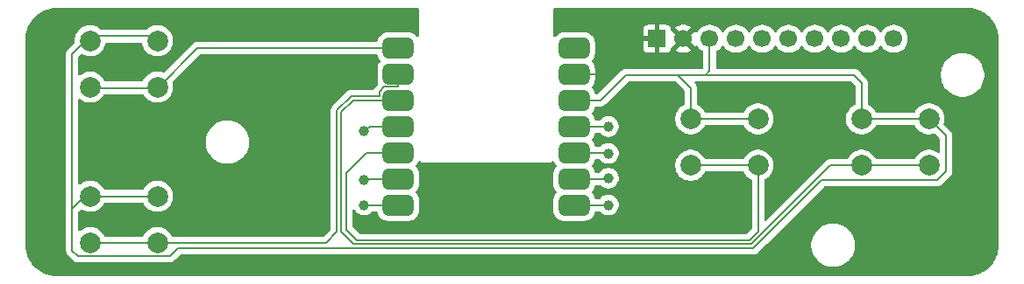
<source format=gbr>
%TF.GenerationSoftware,KiCad,Pcbnew,9.0.1*%
%TF.CreationDate,2025-07-14T13:59:50-05:00*%
%TF.ProjectId,Cardbot Controller,43617264-626f-4742-9043-6f6e74726f6c,rev?*%
%TF.SameCoordinates,Original*%
%TF.FileFunction,Copper,L1,Top*%
%TF.FilePolarity,Positive*%
%FSLAX46Y46*%
G04 Gerber Fmt 4.6, Leading zero omitted, Abs format (unit mm)*
G04 Created by KiCad (PCBNEW 9.0.1) date 2025-07-14 13:59:50*
%MOMM*%
%LPD*%
G01*
G04 APERTURE LIST*
G04 Aperture macros list*
%AMRoundRect*
0 Rectangle with rounded corners*
0 $1 Rounding radius*
0 $2 $3 $4 $5 $6 $7 $8 $9 X,Y pos of 4 corners*
0 Add a 4 corners polygon primitive as box body*
4,1,4,$2,$3,$4,$5,$6,$7,$8,$9,$2,$3,0*
0 Add four circle primitives for the rounded corners*
1,1,$1+$1,$2,$3*
1,1,$1+$1,$4,$5*
1,1,$1+$1,$6,$7*
1,1,$1+$1,$8,$9*
0 Add four rect primitives between the rounded corners*
20,1,$1+$1,$2,$3,$4,$5,0*
20,1,$1+$1,$4,$5,$6,$7,0*
20,1,$1+$1,$6,$7,$8,$9,0*
20,1,$1+$1,$8,$9,$2,$3,0*%
G04 Aperture macros list end*
%TA.AperFunction,Conductor*%
%ADD10C,0.200000*%
%TD*%
%TA.AperFunction,SMDPad,CuDef*%
%ADD11RoundRect,0.500000X-1.000000X-0.500000X1.000000X-0.500000X1.000000X0.500000X-1.000000X0.500000X0*%
%TD*%
%TA.AperFunction,ComponentPad*%
%ADD12C,2.000000*%
%TD*%
%TA.AperFunction,ComponentPad*%
%ADD13R,1.700000X1.700000*%
%TD*%
%TA.AperFunction,ComponentPad*%
%ADD14C,1.700000*%
%TD*%
%TA.AperFunction,ViaPad*%
%ADD15C,1.000000*%
%TD*%
%TA.AperFunction,ViaPad*%
%ADD16C,0.600000*%
%TD*%
G04 APERTURE END LIST*
D10*
%TO.N,Net-(J1-Pin_8)*%
X131400000Y-65000000D02*
X128800000Y-65000000D01*
X128800000Y-65000000D02*
X128200000Y-65400000D01*
%TD*%
D11*
%TO.P,U1,1,PA02_A0_D0*%
%TO.N,Net-(U1-PA02_A0_D0)*%
X131500000Y-57380000D03*
%TO.P,U1,2,PA4_A1_D1*%
%TO.N,Net-(U1-PA4_A1_D1)*%
X131500000Y-59920000D03*
%TO.P,U1,3,PA10_A2_D2*%
%TO.N,Net-(U1-PA10_A2_D2)*%
X131500000Y-62460000D03*
%TO.P,U1,4,PA11_A3_D3*%
%TO.N,Net-(J1-Pin_8)*%
X131500000Y-65000000D03*
%TO.P,U1,5,PA8_A4_D4_SDA*%
%TO.N,Net-(U1-PA8_A4_D4_SDA)*%
X131500000Y-67540000D03*
%TO.P,U1,6,PA9_A5_D5_SCL*%
%TO.N,Net-(J1-Pin_9)*%
X131500000Y-70080000D03*
%TO.P,U1,7,PB08_A6_D6_TX*%
%TO.N,Net-(J1-Pin_10)*%
X131500000Y-72620000D03*
%TO.P,U1,8,PB09_A7_D7_RX*%
%TO.N,Net-(J1-Pin_7)*%
X148500000Y-72620000D03*
%TO.P,U1,9,PA7_A8_D8_SCK*%
%TO.N,Net-(J1-Pin_6)*%
X148500000Y-70080000D03*
%TO.P,U1,10,PA5_A9_D9_MISO*%
%TO.N,Net-(J1-Pin_5)*%
X148500000Y-67540000D03*
%TO.P,U1,11,PA6_A10_D10_MOSI*%
%TO.N,Net-(J1-Pin_4)*%
X148500000Y-65000000D03*
%TO.P,U1,12,3V3*%
%TO.N,Net-(J1-Pin_3)*%
X148500000Y-62460000D03*
%TO.P,U1,13,GND*%
%TO.N,Net-(J1-Pin_1)*%
X148500000Y-59920000D03*
%TO.P,U1,14,5V*%
%TO.N,unconnected-(U1-5V-Pad14)*%
X148500000Y-57380000D03*
%TD*%
D12*
%TO.P,SW1,1,1*%
%TO.N,Net-(J1-Pin_3)*%
X101750000Y-56678000D03*
X108250000Y-56678000D03*
%TO.P,SW1,2,2*%
%TO.N,Net-(U1-PA02_A0_D0)*%
X101750000Y-61178000D03*
X108250000Y-61178000D03*
%TD*%
D13*
%TO.P,J1,1,Pin_1*%
%TO.N,Net-(J1-Pin_1)*%
X156500000Y-56500000D03*
D14*
%TO.P,J1,2,Pin_2*%
X159040000Y-56500000D03*
%TO.P,J1,3,Pin_3*%
%TO.N,Net-(J1-Pin_3)*%
X161580000Y-56500000D03*
%TO.P,J1,4,Pin_4*%
%TO.N,Net-(J1-Pin_4)*%
X164120000Y-56500000D03*
%TO.P,J1,5,Pin_5*%
%TO.N,Net-(J1-Pin_5)*%
X166660000Y-56500000D03*
%TO.P,J1,6,Pin_6*%
%TO.N,Net-(J1-Pin_6)*%
X169200000Y-56500000D03*
%TO.P,J1,7,Pin_7*%
%TO.N,Net-(J1-Pin_7)*%
X171740000Y-56500000D03*
%TO.P,J1,8,Pin_8*%
%TO.N,Net-(J1-Pin_8)*%
X174280000Y-56500000D03*
%TO.P,J1,9,Pin_9*%
%TO.N,Net-(J1-Pin_9)*%
X176820000Y-56500000D03*
%TO.P,J1,10,Pin_10*%
%TO.N,Net-(J1-Pin_10)*%
X179360000Y-56500000D03*
%TD*%
D12*
%TO.P,SW4,1,1*%
%TO.N,Net-(J1-Pin_3)*%
X176250000Y-64250000D03*
X182750000Y-64250000D03*
%TO.P,SW4,2,2*%
%TO.N,Net-(U1-PA10_A2_D2)*%
X176250000Y-68750000D03*
X182750000Y-68750000D03*
%TD*%
%TO.P,SW3,1,1*%
%TO.N,Net-(J1-Pin_3)*%
X159750000Y-64250000D03*
X166250000Y-64250000D03*
%TO.P,SW3,2,2*%
%TO.N,Net-(U1-PA8_A4_D4_SDA)*%
X159750000Y-68750000D03*
X166250000Y-68750000D03*
%TD*%
%TO.P,SW2,1,1*%
%TO.N,Net-(J1-Pin_3)*%
X101750000Y-71750000D03*
X108250000Y-71750000D03*
%TO.P,SW2,2,2*%
%TO.N,Net-(U1-PA4_A1_D1)*%
X101750000Y-76250000D03*
X108250000Y-76250000D03*
%TD*%
D15*
%TO.N,Net-(J1-Pin_10)*%
X128200000Y-72600000D03*
%TO.N,Net-(J1-Pin_9)*%
X128200000Y-70200000D03*
%TO.N,Net-(J1-Pin_7)*%
X151800000Y-72600000D03*
%TO.N,Net-(J1-Pin_4)*%
X151800000Y-65000000D03*
%TO.N,Net-(J1-Pin_6)*%
X151800000Y-70000000D03*
%TO.N,Net-(J1-Pin_8)*%
X128200000Y-65400000D03*
%TO.N,Net-(J1-Pin_5)*%
X151800000Y-67600000D03*
D16*
%TO.N,Net-(J1-Pin_1)*%
X184000000Y-57500000D03*
X117500000Y-60500000D03*
X120000000Y-55000000D03*
X171000000Y-63500000D03*
X185000000Y-57500000D03*
X137800000Y-71200000D03*
X118000000Y-55000000D03*
X171000000Y-64500000D03*
X171000000Y-62500000D03*
X121000000Y-55000000D03*
X170000000Y-62500000D03*
X185000000Y-56500000D03*
X185000000Y-55500000D03*
X170000000Y-64500000D03*
X118500000Y-59500000D03*
X170000000Y-63500000D03*
X138800000Y-72200000D03*
X117500000Y-59500000D03*
X117000000Y-55000000D03*
X138800000Y-71200000D03*
X118500000Y-61500000D03*
X119000000Y-55000000D03*
X184000000Y-56500000D03*
X117500000Y-61500000D03*
X136800000Y-72200000D03*
X137800000Y-72200000D03*
X184000000Y-55500000D03*
X136800000Y-71200000D03*
X118500000Y-60500000D03*
X122000000Y-55000000D03*
%TD*%
D10*
%TO.N,Net-(U1-PA02_A0_D0)*%
X108250000Y-61250000D02*
X112120000Y-57380000D01*
X101750000Y-61250000D02*
X108250000Y-61250000D01*
X112120000Y-57380000D02*
X131500000Y-57380000D01*
%TO.N,Net-(J1-Pin_10)*%
X128200000Y-72600000D02*
X128220000Y-72620000D01*
X128220000Y-72620000D02*
X131500000Y-72620000D01*
%TO.N,Net-(U1-PA4_A1_D1)*%
X125599000Y-75201000D02*
X124550000Y-76250000D01*
X124550000Y-76250000D02*
X108250000Y-76250000D01*
X108250000Y-75750000D02*
X107500000Y-76500000D01*
X129699000Y-61620942D02*
X129699000Y-62059000D01*
X130160942Y-61159000D02*
X129699000Y-61620942D01*
X129699000Y-62059000D02*
X126973900Y-62059000D01*
X102500000Y-76500000D02*
X101750000Y-75750000D01*
X125599000Y-63433900D02*
X125599000Y-75201000D01*
X108250000Y-76250000D02*
X101750000Y-76250000D01*
X131500000Y-59920000D02*
X131500000Y-61159000D01*
X126973900Y-62059000D02*
X125599000Y-63433900D01*
X131500000Y-61159000D02*
X130160942Y-61159000D01*
%TO.N,Net-(U1-PA8_A4_D4_SDA)*%
X131500000Y-67540000D02*
X128460000Y-67540000D01*
X127500000Y-76000000D02*
X165400000Y-76000000D01*
X166250000Y-69250000D02*
X166750000Y-68750000D01*
X128460000Y-67540000D02*
X126500000Y-69500000D01*
X126500000Y-69500000D02*
X126500000Y-75000000D01*
X166250000Y-75150000D02*
X166250000Y-69250000D01*
X159750000Y-68750000D02*
X166250000Y-68750000D01*
X165400000Y-76000000D02*
X166250000Y-75150000D01*
X126500000Y-75000000D02*
X127500000Y-76000000D01*
%TO.N,Net-(U1-PA10_A2_D2)*%
X126000000Y-63600000D02*
X126000000Y-75200000D01*
X176250000Y-68750000D02*
X182750000Y-68750000D01*
X127200000Y-76400000D02*
X165600000Y-76400000D01*
X173250000Y-68750000D02*
X176250000Y-68750000D01*
X165600000Y-76400000D02*
X173250000Y-68750000D01*
X126000000Y-75200000D02*
X127200000Y-76400000D01*
X131500000Y-62460000D02*
X127140000Y-62460000D01*
X127140000Y-62460000D02*
X126000000Y-63600000D01*
%TO.N,Net-(J1-Pin_9)*%
X128320000Y-70080000D02*
X131500000Y-70080000D01*
X128200000Y-70200000D02*
X128320000Y-70080000D01*
%TO.N,Net-(J1-Pin_7)*%
X151780000Y-72620000D02*
X151800000Y-72600000D01*
X148500000Y-72620000D02*
X151780000Y-72620000D01*
%TO.N,Net-(J1-Pin_4)*%
X148500000Y-65000000D02*
X151800000Y-65000000D01*
%TO.N,Net-(J1-Pin_6)*%
X148500000Y-70080000D02*
X151720000Y-70080000D01*
X151720000Y-70080000D02*
X151800000Y-70000000D01*
%TO.N,Net-(J1-Pin_3)*%
X182750000Y-64250000D02*
X176250000Y-64250000D01*
X160000000Y-60000000D02*
X161200000Y-60000000D01*
X107500000Y-72000000D02*
X108250000Y-71250000D01*
X100551000Y-77551000D02*
X100000000Y-77000000D01*
X101750000Y-56250000D02*
X108250000Y-56250000D01*
X110200000Y-76800000D02*
X109449000Y-77551000D01*
X100000000Y-73500000D02*
X100000000Y-58000000D01*
X100000000Y-77000000D02*
X100000000Y-73500000D01*
X161580000Y-59620000D02*
X161200000Y-60000000D01*
X100000000Y-58000000D02*
X101750000Y-56250000D01*
X159750000Y-64250000D02*
X159750000Y-61250000D01*
X153500000Y-60000000D02*
X158500000Y-60000000D01*
X148500000Y-62460000D02*
X151040000Y-62460000D01*
X101750000Y-71750000D02*
X108250000Y-71750000D01*
X100000000Y-73500000D02*
X100000000Y-73000000D01*
X161200000Y-60000000D02*
X175500000Y-60000000D01*
X100000000Y-73000000D02*
X101000000Y-72000000D01*
X159750000Y-61250000D02*
X158500000Y-60000000D01*
X176250000Y-60750000D02*
X175500000Y-60000000D01*
X151040000Y-62460000D02*
X153500000Y-60000000D01*
X183536489Y-70200000D02*
X172400000Y-70200000D01*
X182750000Y-64250000D02*
X184400000Y-65900000D01*
X161580000Y-56500000D02*
X161580000Y-59620000D01*
X158500000Y-60000000D02*
X160000000Y-60000000D01*
X184400000Y-69336489D02*
X183536489Y-70200000D01*
X159750000Y-64250000D02*
X166250000Y-64250000D01*
X172400000Y-70200000D02*
X165800000Y-76800000D01*
X176250000Y-64250000D02*
X176250000Y-60750000D01*
X165800000Y-76800000D02*
X110200000Y-76800000D01*
X109449000Y-77551000D02*
X100551000Y-77551000D01*
X184400000Y-65900000D02*
X184400000Y-69336489D01*
%TO.N,Net-(J1-Pin_5)*%
X151740000Y-67540000D02*
X151800000Y-67600000D01*
X148500000Y-67540000D02*
X151740000Y-67540000D01*
%TO.N,Net-(J1-Pin_1)*%
X151080000Y-59920000D02*
X154500000Y-56500000D01*
X148500000Y-59920000D02*
X151080000Y-59920000D01*
X154500000Y-56500000D02*
X156500000Y-56500000D01*
%TD*%
%TA.AperFunction,Conductor*%
%TO.N,Net-(J1-Pin_1)*%
G36*
X133442539Y-53520185D02*
G01*
X133488294Y-53572989D01*
X133499500Y-53624500D01*
X133499500Y-56174279D01*
X133479815Y-56241318D01*
X133427011Y-56287073D01*
X133357853Y-56297017D01*
X133294297Y-56267992D01*
X133279398Y-56252640D01*
X133211109Y-56168890D01*
X133053409Y-56040304D01*
X133053410Y-56040304D01*
X133053407Y-56040302D01*
X132873049Y-55946091D01*
X132873048Y-55946090D01*
X132873045Y-55946089D01*
X132755829Y-55912550D01*
X132677418Y-55890114D01*
X132677415Y-55890113D01*
X132677413Y-55890113D01*
X132611102Y-55884217D01*
X132558037Y-55879500D01*
X132558032Y-55879500D01*
X130441971Y-55879500D01*
X130441965Y-55879500D01*
X130441964Y-55879501D01*
X130430316Y-55880536D01*
X130322584Y-55890113D01*
X130126954Y-55946089D01*
X130125756Y-55946715D01*
X129946593Y-56040302D01*
X129946591Y-56040303D01*
X129946590Y-56040304D01*
X129788890Y-56168890D01*
X129676272Y-56307007D01*
X129660302Y-56326593D01*
X129613196Y-56416772D01*
X129566089Y-56506954D01*
X129537667Y-56606287D01*
X129513825Y-56689612D01*
X129476459Y-56748649D01*
X129413105Y-56778113D01*
X129394610Y-56779500D01*
X112040940Y-56779500D01*
X112000019Y-56790464D01*
X112000019Y-56790465D01*
X111962751Y-56800451D01*
X111888214Y-56820423D01*
X111888209Y-56820426D01*
X111751290Y-56899475D01*
X111751282Y-56899481D01*
X111639478Y-57011286D01*
X108907906Y-59742857D01*
X108846583Y-59776342D01*
X108781907Y-59773107D01*
X108601370Y-59714447D01*
X108368097Y-59677500D01*
X108368092Y-59677500D01*
X108131908Y-59677500D01*
X108131903Y-59677500D01*
X107898631Y-59714446D01*
X107674003Y-59787433D01*
X107463566Y-59894657D01*
X107435461Y-59915077D01*
X107272490Y-60033483D01*
X107272488Y-60033485D01*
X107272487Y-60033485D01*
X107105485Y-60200487D01*
X107105485Y-60200488D01*
X107105483Y-60200490D01*
X107064664Y-60256673D01*
X106966657Y-60391566D01*
X106869731Y-60581795D01*
X106821756Y-60632591D01*
X106759246Y-60649500D01*
X103240754Y-60649500D01*
X103173715Y-60629815D01*
X103130269Y-60581795D01*
X103077382Y-60477998D01*
X103033343Y-60391567D01*
X102894517Y-60200490D01*
X102727510Y-60033483D01*
X102536433Y-59894657D01*
X102472980Y-59862326D01*
X102325996Y-59787433D01*
X102101368Y-59714446D01*
X101868097Y-59677500D01*
X101868092Y-59677500D01*
X101631908Y-59677500D01*
X101631903Y-59677500D01*
X101398631Y-59714446D01*
X101174003Y-59787433D01*
X100963566Y-59894657D01*
X100797386Y-60015395D01*
X100731579Y-60038875D01*
X100663525Y-60023050D01*
X100614830Y-59972944D01*
X100600500Y-59915077D01*
X100600500Y-58300096D01*
X100620185Y-58233057D01*
X100636815Y-58212419D01*
X100849732Y-57999501D01*
X100911053Y-57966018D01*
X100980744Y-57971002D01*
X100993697Y-57976695D01*
X101039799Y-58000185D01*
X101174003Y-58068566D01*
X101174005Y-58068566D01*
X101174008Y-58068568D01*
X101237033Y-58089046D01*
X101398631Y-58141553D01*
X101631903Y-58178500D01*
X101631908Y-58178500D01*
X101868097Y-58178500D01*
X102101368Y-58141553D01*
X102325992Y-58068568D01*
X102536433Y-57961343D01*
X102727510Y-57822517D01*
X102894517Y-57655510D01*
X103033343Y-57464433D01*
X103140568Y-57253992D01*
X103213553Y-57029368D01*
X103216417Y-57011284D01*
X103225316Y-56955102D01*
X103255245Y-56891967D01*
X103314557Y-56855036D01*
X103347789Y-56850500D01*
X106652211Y-56850500D01*
X106719250Y-56870185D01*
X106765005Y-56922989D01*
X106774684Y-56955102D01*
X106786446Y-57029368D01*
X106859433Y-57253996D01*
X106923527Y-57379786D01*
X106966657Y-57464433D01*
X107105483Y-57655510D01*
X107272490Y-57822517D01*
X107463567Y-57961343D01*
X107501165Y-57980500D01*
X107674003Y-58068566D01*
X107674005Y-58068566D01*
X107674008Y-58068568D01*
X107737033Y-58089046D01*
X107898631Y-58141553D01*
X108131903Y-58178500D01*
X108131908Y-58178500D01*
X108368097Y-58178500D01*
X108601368Y-58141553D01*
X108825992Y-58068568D01*
X109036433Y-57961343D01*
X109227510Y-57822517D01*
X109394517Y-57655510D01*
X109533343Y-57464433D01*
X109640568Y-57253992D01*
X109713553Y-57029368D01*
X109718204Y-57000000D01*
X109750500Y-56796097D01*
X109750500Y-56559902D01*
X109713553Y-56326631D01*
X109640566Y-56102003D01*
X109533342Y-55891566D01*
X109532287Y-55890114D01*
X109394517Y-55700490D01*
X109227510Y-55533483D01*
X109036433Y-55394657D01*
X109016944Y-55384727D01*
X108825996Y-55287433D01*
X108601368Y-55214446D01*
X108368097Y-55177500D01*
X108368092Y-55177500D01*
X108131908Y-55177500D01*
X108131903Y-55177500D01*
X107898631Y-55214446D01*
X107674003Y-55287433D01*
X107463566Y-55394657D01*
X107363495Y-55467364D01*
X107272490Y-55533483D01*
X107272488Y-55533485D01*
X107272487Y-55533485D01*
X107192792Y-55613181D01*
X107131469Y-55646666D01*
X107105111Y-55649500D01*
X102894889Y-55649500D01*
X102827850Y-55629815D01*
X102807208Y-55613181D01*
X102727512Y-55533485D01*
X102727510Y-55533483D01*
X102536433Y-55394657D01*
X102516944Y-55384727D01*
X102325996Y-55287433D01*
X102101368Y-55214446D01*
X101868097Y-55177500D01*
X101868092Y-55177500D01*
X101631908Y-55177500D01*
X101631903Y-55177500D01*
X101398631Y-55214446D01*
X101174003Y-55287433D01*
X100963566Y-55394657D01*
X100863495Y-55467364D01*
X100772490Y-55533483D01*
X100772488Y-55533485D01*
X100772487Y-55533485D01*
X100605485Y-55700487D01*
X100605485Y-55700488D01*
X100605483Y-55700490D01*
X100545862Y-55782550D01*
X100466657Y-55891566D01*
X100359433Y-56102003D01*
X100286446Y-56326631D01*
X100249500Y-56559902D01*
X100249500Y-56796093D01*
X100253996Y-56824483D01*
X100245040Y-56893776D01*
X100219203Y-56931560D01*
X99631286Y-57519478D01*
X99519481Y-57631282D01*
X99519479Y-57631285D01*
X99469361Y-57718094D01*
X99469359Y-57718096D01*
X99440425Y-57768209D01*
X99440424Y-57768210D01*
X99440423Y-57768215D01*
X99399499Y-57920943D01*
X99399499Y-57920945D01*
X99399499Y-58089046D01*
X99399500Y-58089059D01*
X99399500Y-72920939D01*
X99399499Y-72920943D01*
X99399499Y-73079057D01*
X99399500Y-73079060D01*
X99399500Y-76913330D01*
X99399499Y-76913348D01*
X99399499Y-77079054D01*
X99399498Y-77079054D01*
X99440424Y-77231789D01*
X99440425Y-77231790D01*
X99456787Y-77260129D01*
X99456788Y-77260130D01*
X99519477Y-77368712D01*
X99519479Y-77368715D01*
X99519480Y-77368716D01*
X99631284Y-77480520D01*
X99631285Y-77480521D01*
X100182284Y-78031520D01*
X100182286Y-78031521D01*
X100182290Y-78031524D01*
X100270806Y-78082628D01*
X100319216Y-78110577D01*
X100471943Y-78151501D01*
X100471945Y-78151501D01*
X100637654Y-78151501D01*
X100637670Y-78151500D01*
X109362331Y-78151500D01*
X109362347Y-78151501D01*
X109369943Y-78151501D01*
X109528054Y-78151501D01*
X109528057Y-78151501D01*
X109680785Y-78110577D01*
X109730904Y-78081639D01*
X109817716Y-78031520D01*
X109929520Y-77919716D01*
X109929520Y-77919714D01*
X109939728Y-77909507D01*
X109939729Y-77909504D01*
X110412416Y-77436819D01*
X110473739Y-77403334D01*
X110500097Y-77400500D01*
X165713331Y-77400500D01*
X165713347Y-77400501D01*
X165720943Y-77400501D01*
X165879054Y-77400501D01*
X165879057Y-77400501D01*
X166031785Y-77359577D01*
X166101692Y-77319216D01*
X166168716Y-77280520D01*
X166280520Y-77168716D01*
X166280520Y-77168714D01*
X166290724Y-77158511D01*
X166290727Y-77158506D01*
X167086901Y-76362332D01*
X171399500Y-76362332D01*
X171399500Y-76637667D01*
X171399501Y-76637684D01*
X171435438Y-76910655D01*
X171435439Y-76910660D01*
X171435440Y-76910666D01*
X171471072Y-77043649D01*
X171506704Y-77176630D01*
X171612075Y-77431017D01*
X171612080Y-77431028D01*
X171691809Y-77569121D01*
X171749751Y-77669479D01*
X171749753Y-77669482D01*
X171749754Y-77669483D01*
X171917370Y-77887926D01*
X171917376Y-77887933D01*
X172112066Y-78082623D01*
X172112072Y-78082628D01*
X172330521Y-78250249D01*
X172483778Y-78338732D01*
X172568971Y-78387919D01*
X172568976Y-78387921D01*
X172568979Y-78387923D01*
X172823368Y-78493295D01*
X173089334Y-78564560D01*
X173362326Y-78600500D01*
X173362333Y-78600500D01*
X173637667Y-78600500D01*
X173637674Y-78600500D01*
X173910666Y-78564560D01*
X174176632Y-78493295D01*
X174431021Y-78387923D01*
X174669479Y-78250249D01*
X174887928Y-78082628D01*
X175082628Y-77887928D01*
X175250249Y-77669479D01*
X175387923Y-77431021D01*
X175493295Y-77176632D01*
X175564560Y-76910666D01*
X175600500Y-76637674D01*
X175600500Y-76362326D01*
X175564560Y-76089334D01*
X175493295Y-75823368D01*
X175387923Y-75568979D01*
X175387921Y-75568976D01*
X175387919Y-75568971D01*
X175327063Y-75463566D01*
X175250249Y-75330521D01*
X175082628Y-75112072D01*
X175082623Y-75112066D01*
X174887933Y-74917376D01*
X174887926Y-74917370D01*
X174669483Y-74749754D01*
X174669482Y-74749753D01*
X174669479Y-74749751D01*
X174574407Y-74694861D01*
X174431028Y-74612080D01*
X174431017Y-74612075D01*
X174176630Y-74506704D01*
X174043649Y-74471072D01*
X173910666Y-74435440D01*
X173910660Y-74435439D01*
X173910655Y-74435438D01*
X173637684Y-74399501D01*
X173637679Y-74399500D01*
X173637674Y-74399500D01*
X173362326Y-74399500D01*
X173362320Y-74399500D01*
X173362315Y-74399501D01*
X173089344Y-74435438D01*
X173089337Y-74435439D01*
X173089334Y-74435440D01*
X173033125Y-74450500D01*
X172823369Y-74506704D01*
X172568982Y-74612075D01*
X172568971Y-74612080D01*
X172330516Y-74749754D01*
X172112073Y-74917370D01*
X172112066Y-74917376D01*
X171917376Y-75112066D01*
X171917370Y-75112073D01*
X171749754Y-75330516D01*
X171612080Y-75568971D01*
X171612075Y-75568982D01*
X171506704Y-75823369D01*
X171435441Y-76089331D01*
X171435438Y-76089344D01*
X171399501Y-76362315D01*
X171399500Y-76362332D01*
X167086901Y-76362332D01*
X172612417Y-70836819D01*
X172673740Y-70803334D01*
X172700098Y-70800500D01*
X183449820Y-70800500D01*
X183449836Y-70800501D01*
X183457432Y-70800501D01*
X183615543Y-70800501D01*
X183615546Y-70800501D01*
X183768274Y-70759577D01*
X183833951Y-70721658D01*
X183905205Y-70680520D01*
X184017009Y-70568716D01*
X184017009Y-70568714D01*
X184027213Y-70558511D01*
X184027217Y-70558506D01*
X184758506Y-69827217D01*
X184758511Y-69827213D01*
X184768714Y-69817009D01*
X184768716Y-69817009D01*
X184880520Y-69705205D01*
X184888214Y-69691878D01*
X184953345Y-69579068D01*
X184953346Y-69579064D01*
X184953351Y-69579057D01*
X184959577Y-69568274D01*
X185000501Y-69415546D01*
X185000501Y-69257432D01*
X185000501Y-69249837D01*
X185000500Y-69249819D01*
X185000500Y-65820942D01*
X184994587Y-65798877D01*
X184994586Y-65798873D01*
X184981625Y-65750500D01*
X184959577Y-65668216D01*
X184957105Y-65663934D01*
X184880524Y-65531290D01*
X184880521Y-65531286D01*
X184880520Y-65531284D01*
X184768716Y-65419480D01*
X184768715Y-65419479D01*
X184764385Y-65415149D01*
X184764374Y-65415139D01*
X184202798Y-64853563D01*
X184169313Y-64792240D01*
X184172547Y-64727566D01*
X184213553Y-64601368D01*
X184240582Y-64430715D01*
X184250500Y-64368097D01*
X184250500Y-64131902D01*
X184213553Y-63898631D01*
X184140566Y-63674003D01*
X184058739Y-63513409D01*
X184033343Y-63463567D01*
X183894517Y-63272490D01*
X183727510Y-63105483D01*
X183536433Y-62966657D01*
X183536429Y-62966655D01*
X183325996Y-62859433D01*
X183101368Y-62786446D01*
X182868097Y-62749500D01*
X182868092Y-62749500D01*
X182631908Y-62749500D01*
X182631903Y-62749500D01*
X182398631Y-62786446D01*
X182174003Y-62859433D01*
X181963566Y-62966657D01*
X181854550Y-63045862D01*
X181772490Y-63105483D01*
X181772488Y-63105485D01*
X181772487Y-63105485D01*
X181605485Y-63272487D01*
X181605485Y-63272488D01*
X181605483Y-63272490D01*
X181561487Y-63333045D01*
X181466657Y-63463566D01*
X181406417Y-63581795D01*
X181358442Y-63632591D01*
X181295932Y-63649500D01*
X177704068Y-63649500D01*
X177637029Y-63629815D01*
X177593583Y-63581795D01*
X177533343Y-63463567D01*
X177394517Y-63272490D01*
X177227510Y-63105483D01*
X177109270Y-63019576D01*
X177036431Y-62966655D01*
X176918204Y-62906415D01*
X176867409Y-62858441D01*
X176850500Y-62795931D01*
X176850500Y-60670945D01*
X176850500Y-60670943D01*
X176809577Y-60518216D01*
X176809577Y-60518215D01*
X176753311Y-60420760D01*
X176730520Y-60381284D01*
X176618716Y-60269480D01*
X176618713Y-60269478D01*
X176211567Y-59862332D01*
X183899500Y-59862332D01*
X183899500Y-60137667D01*
X183899501Y-60137684D01*
X183935438Y-60410655D01*
X183935439Y-60410660D01*
X183935440Y-60410666D01*
X183953491Y-60478034D01*
X184006704Y-60676630D01*
X184112075Y-60931017D01*
X184112077Y-60931022D01*
X184165608Y-61023739D01*
X184249751Y-61169479D01*
X184249753Y-61169482D01*
X184249754Y-61169483D01*
X184417370Y-61387926D01*
X184417376Y-61387933D01*
X184612066Y-61582623D01*
X184612073Y-61582629D01*
X184740403Y-61681099D01*
X184830521Y-61750249D01*
X184956843Y-61823181D01*
X185068971Y-61887919D01*
X185068976Y-61887921D01*
X185068979Y-61887923D01*
X185323368Y-61993295D01*
X185589334Y-62064560D01*
X185862326Y-62100500D01*
X185862333Y-62100500D01*
X186137667Y-62100500D01*
X186137674Y-62100500D01*
X186410666Y-62064560D01*
X186676632Y-61993295D01*
X186931021Y-61887923D01*
X187169479Y-61750249D01*
X187387928Y-61582628D01*
X187582628Y-61387928D01*
X187750249Y-61169479D01*
X187852874Y-60991727D01*
X187887923Y-60931022D01*
X187887923Y-60931020D01*
X187993295Y-60676632D01*
X188064560Y-60410666D01*
X188100500Y-60137674D01*
X188100500Y-59862326D01*
X188064560Y-59589334D01*
X187993295Y-59323368D01*
X187887923Y-59068979D01*
X187887921Y-59068976D01*
X187887919Y-59068971D01*
X187838732Y-58983778D01*
X187750249Y-58830521D01*
X187665212Y-58719698D01*
X187582629Y-58612073D01*
X187582623Y-58612066D01*
X187387933Y-58417376D01*
X187387926Y-58417370D01*
X187169483Y-58249754D01*
X187169482Y-58249753D01*
X187169479Y-58249751D01*
X187046069Y-58178500D01*
X186931028Y-58112080D01*
X186931017Y-58112075D01*
X186676630Y-58006704D01*
X186524785Y-57966018D01*
X186410666Y-57935440D01*
X186410660Y-57935439D01*
X186410655Y-57935438D01*
X186137684Y-57899501D01*
X186137679Y-57899500D01*
X186137674Y-57899500D01*
X185862326Y-57899500D01*
X185862320Y-57899500D01*
X185862315Y-57899501D01*
X185589344Y-57935438D01*
X185589337Y-57935439D01*
X185589334Y-57935440D01*
X185579657Y-57938033D01*
X185323369Y-58006704D01*
X185068982Y-58112075D01*
X185068971Y-58112080D01*
X184830516Y-58249754D01*
X184612073Y-58417370D01*
X184612066Y-58417376D01*
X184417376Y-58612066D01*
X184417370Y-58612073D01*
X184249754Y-58830516D01*
X184112080Y-59068971D01*
X184112075Y-59068982D01*
X184006704Y-59323369D01*
X183935441Y-59589331D01*
X183935438Y-59589344D01*
X183899501Y-59862315D01*
X183899500Y-59862332D01*
X176211567Y-59862332D01*
X175987590Y-59638355D01*
X175987588Y-59638352D01*
X175868717Y-59519481D01*
X175868716Y-59519480D01*
X175781904Y-59469360D01*
X175781904Y-59469359D01*
X175781900Y-59469358D01*
X175731785Y-59440423D01*
X175579057Y-59399499D01*
X175420943Y-59399499D01*
X175413347Y-59399499D01*
X175413331Y-59399500D01*
X162304500Y-59399500D01*
X162237461Y-59379815D01*
X162191706Y-59327011D01*
X162180500Y-59275500D01*
X162180500Y-57785718D01*
X162200185Y-57718679D01*
X162248207Y-57675233D01*
X162287815Y-57655052D01*
X162287815Y-57655051D01*
X162287816Y-57655051D01*
X162379193Y-57588661D01*
X162459786Y-57530109D01*
X162459788Y-57530106D01*
X162459792Y-57530104D01*
X162610104Y-57379792D01*
X162610106Y-57379788D01*
X162610109Y-57379786D01*
X162735048Y-57207820D01*
X162735050Y-57207817D01*
X162735051Y-57207816D01*
X162739514Y-57199054D01*
X162787488Y-57148259D01*
X162855308Y-57131463D01*
X162921444Y-57153999D01*
X162960486Y-57199056D01*
X162964951Y-57207820D01*
X163089890Y-57379786D01*
X163240213Y-57530109D01*
X163412179Y-57655048D01*
X163412181Y-57655049D01*
X163412184Y-57655051D01*
X163601588Y-57751557D01*
X163803757Y-57817246D01*
X164013713Y-57850500D01*
X164013714Y-57850500D01*
X164226286Y-57850500D01*
X164226287Y-57850500D01*
X164436243Y-57817246D01*
X164638412Y-57751557D01*
X164827816Y-57655051D01*
X164860529Y-57631284D01*
X164999786Y-57530109D01*
X164999788Y-57530106D01*
X164999792Y-57530104D01*
X165150104Y-57379792D01*
X165150106Y-57379788D01*
X165150109Y-57379786D01*
X165275048Y-57207820D01*
X165275050Y-57207817D01*
X165275051Y-57207816D01*
X165279514Y-57199054D01*
X165327488Y-57148259D01*
X165395308Y-57131463D01*
X165461444Y-57153999D01*
X165500486Y-57199056D01*
X165504951Y-57207820D01*
X165629890Y-57379786D01*
X165780213Y-57530109D01*
X165952179Y-57655048D01*
X165952181Y-57655049D01*
X165952184Y-57655051D01*
X166141588Y-57751557D01*
X166343757Y-57817246D01*
X166553713Y-57850500D01*
X166553714Y-57850500D01*
X166766286Y-57850500D01*
X166766287Y-57850500D01*
X166976243Y-57817246D01*
X167178412Y-57751557D01*
X167367816Y-57655051D01*
X167400529Y-57631284D01*
X167539786Y-57530109D01*
X167539788Y-57530106D01*
X167539792Y-57530104D01*
X167690104Y-57379792D01*
X167690106Y-57379788D01*
X167690109Y-57379786D01*
X167815048Y-57207820D01*
X167815050Y-57207817D01*
X167815051Y-57207816D01*
X167819514Y-57199054D01*
X167867488Y-57148259D01*
X167935308Y-57131463D01*
X168001444Y-57153999D01*
X168040486Y-57199056D01*
X168044951Y-57207820D01*
X168169890Y-57379786D01*
X168320213Y-57530109D01*
X168492179Y-57655048D01*
X168492181Y-57655049D01*
X168492184Y-57655051D01*
X168681588Y-57751557D01*
X168883757Y-57817246D01*
X169093713Y-57850500D01*
X169093714Y-57850500D01*
X169306286Y-57850500D01*
X169306287Y-57850500D01*
X169516243Y-57817246D01*
X169718412Y-57751557D01*
X169907816Y-57655051D01*
X169940529Y-57631284D01*
X170079786Y-57530109D01*
X170079788Y-57530106D01*
X170079792Y-57530104D01*
X170230104Y-57379792D01*
X170230106Y-57379788D01*
X170230109Y-57379786D01*
X170355048Y-57207820D01*
X170355050Y-57207817D01*
X170355051Y-57207816D01*
X170359514Y-57199054D01*
X170407488Y-57148259D01*
X170475308Y-57131463D01*
X170541444Y-57153999D01*
X170580486Y-57199056D01*
X170584951Y-57207820D01*
X170709890Y-57379786D01*
X170860213Y-57530109D01*
X171032179Y-57655048D01*
X171032181Y-57655049D01*
X171032184Y-57655051D01*
X171221588Y-57751557D01*
X171423757Y-57817246D01*
X171633713Y-57850500D01*
X171633714Y-57850500D01*
X171846286Y-57850500D01*
X171846287Y-57850500D01*
X172056243Y-57817246D01*
X172258412Y-57751557D01*
X172447816Y-57655051D01*
X172480529Y-57631284D01*
X172619786Y-57530109D01*
X172619788Y-57530106D01*
X172619792Y-57530104D01*
X172770104Y-57379792D01*
X172770106Y-57379788D01*
X172770109Y-57379786D01*
X172895048Y-57207820D01*
X172895050Y-57207817D01*
X172895051Y-57207816D01*
X172899514Y-57199054D01*
X172947488Y-57148259D01*
X173015308Y-57131463D01*
X173081444Y-57153999D01*
X173120486Y-57199056D01*
X173124951Y-57207820D01*
X173249890Y-57379786D01*
X173400213Y-57530109D01*
X173572179Y-57655048D01*
X173572181Y-57655049D01*
X173572184Y-57655051D01*
X173761588Y-57751557D01*
X173963757Y-57817246D01*
X174173713Y-57850500D01*
X174173714Y-57850500D01*
X174386286Y-57850500D01*
X174386287Y-57850500D01*
X174596243Y-57817246D01*
X174798412Y-57751557D01*
X174987816Y-57655051D01*
X175020529Y-57631284D01*
X175159786Y-57530109D01*
X175159788Y-57530106D01*
X175159792Y-57530104D01*
X175310104Y-57379792D01*
X175310106Y-57379788D01*
X175310109Y-57379786D01*
X175435048Y-57207820D01*
X175435050Y-57207817D01*
X175435051Y-57207816D01*
X175439514Y-57199054D01*
X175487488Y-57148259D01*
X175555308Y-57131463D01*
X175621444Y-57153999D01*
X175660486Y-57199056D01*
X175664951Y-57207820D01*
X175789890Y-57379786D01*
X175940213Y-57530109D01*
X176112179Y-57655048D01*
X176112181Y-57655049D01*
X176112184Y-57655051D01*
X176301588Y-57751557D01*
X176503757Y-57817246D01*
X176713713Y-57850500D01*
X176713714Y-57850500D01*
X176926286Y-57850500D01*
X176926287Y-57850500D01*
X177136243Y-57817246D01*
X177338412Y-57751557D01*
X177527816Y-57655051D01*
X177560529Y-57631284D01*
X177699786Y-57530109D01*
X177699788Y-57530106D01*
X177699792Y-57530104D01*
X177850104Y-57379792D01*
X177850106Y-57379788D01*
X177850109Y-57379786D01*
X177975048Y-57207820D01*
X177975050Y-57207817D01*
X177975051Y-57207816D01*
X177979514Y-57199054D01*
X178027488Y-57148259D01*
X178095308Y-57131463D01*
X178161444Y-57153999D01*
X178200486Y-57199056D01*
X178204951Y-57207820D01*
X178329890Y-57379786D01*
X178480213Y-57530109D01*
X178652179Y-57655048D01*
X178652181Y-57655049D01*
X178652184Y-57655051D01*
X178841588Y-57751557D01*
X179043757Y-57817246D01*
X179253713Y-57850500D01*
X179253714Y-57850500D01*
X179466286Y-57850500D01*
X179466287Y-57850500D01*
X179676243Y-57817246D01*
X179878412Y-57751557D01*
X180067816Y-57655051D01*
X180100529Y-57631284D01*
X180239786Y-57530109D01*
X180239788Y-57530106D01*
X180239792Y-57530104D01*
X180390104Y-57379792D01*
X180390106Y-57379788D01*
X180390109Y-57379786D01*
X180515048Y-57207820D01*
X180515050Y-57207817D01*
X180515051Y-57207816D01*
X180611557Y-57018412D01*
X180677246Y-56816243D01*
X180710500Y-56606287D01*
X180710500Y-56393713D01*
X180677246Y-56183757D01*
X180611557Y-55981588D01*
X180515051Y-55792184D01*
X180515049Y-55792181D01*
X180515048Y-55792179D01*
X180390109Y-55620213D01*
X180239786Y-55469890D01*
X180067820Y-55344951D01*
X179878414Y-55248444D01*
X179878413Y-55248443D01*
X179878412Y-55248443D01*
X179676243Y-55182754D01*
X179676241Y-55182753D01*
X179676240Y-55182753D01*
X179514957Y-55157208D01*
X179466287Y-55149500D01*
X179253713Y-55149500D01*
X179205042Y-55157208D01*
X179043760Y-55182753D01*
X178841585Y-55248444D01*
X178652179Y-55344951D01*
X178480213Y-55469890D01*
X178329890Y-55620213D01*
X178204949Y-55792182D01*
X178200484Y-55800946D01*
X178152509Y-55851742D01*
X178084688Y-55868536D01*
X178018553Y-55845998D01*
X177979516Y-55800946D01*
X177975050Y-55792182D01*
X177850109Y-55620213D01*
X177699786Y-55469890D01*
X177527820Y-55344951D01*
X177338414Y-55248444D01*
X177338413Y-55248443D01*
X177338412Y-55248443D01*
X177136243Y-55182754D01*
X177136241Y-55182753D01*
X177136240Y-55182753D01*
X176974957Y-55157208D01*
X176926287Y-55149500D01*
X176713713Y-55149500D01*
X176665042Y-55157208D01*
X176503760Y-55182753D01*
X176301585Y-55248444D01*
X176112179Y-55344951D01*
X175940213Y-55469890D01*
X175789890Y-55620213D01*
X175664949Y-55792182D01*
X175660484Y-55800946D01*
X175612509Y-55851742D01*
X175544688Y-55868536D01*
X175478553Y-55845998D01*
X175439516Y-55800946D01*
X175435050Y-55792182D01*
X175310109Y-55620213D01*
X175159786Y-55469890D01*
X174987820Y-55344951D01*
X174798414Y-55248444D01*
X174798413Y-55248443D01*
X174798412Y-55248443D01*
X174596243Y-55182754D01*
X174596241Y-55182753D01*
X174596240Y-55182753D01*
X174434957Y-55157208D01*
X174386287Y-55149500D01*
X174173713Y-55149500D01*
X174125042Y-55157208D01*
X173963760Y-55182753D01*
X173761585Y-55248444D01*
X173572179Y-55344951D01*
X173400213Y-55469890D01*
X173249890Y-55620213D01*
X173124949Y-55792182D01*
X173120484Y-55800946D01*
X173072509Y-55851742D01*
X173004688Y-55868536D01*
X172938553Y-55845998D01*
X172899516Y-55800946D01*
X172895050Y-55792182D01*
X172770109Y-55620213D01*
X172619786Y-55469890D01*
X172447820Y-55344951D01*
X172258414Y-55248444D01*
X172258413Y-55248443D01*
X172258412Y-55248443D01*
X172056243Y-55182754D01*
X172056241Y-55182753D01*
X172056240Y-55182753D01*
X171894957Y-55157208D01*
X171846287Y-55149500D01*
X171633713Y-55149500D01*
X171585042Y-55157208D01*
X171423760Y-55182753D01*
X171221585Y-55248444D01*
X171032179Y-55344951D01*
X170860213Y-55469890D01*
X170709890Y-55620213D01*
X170584949Y-55792182D01*
X170580484Y-55800946D01*
X170532509Y-55851742D01*
X170464688Y-55868536D01*
X170398553Y-55845998D01*
X170359516Y-55800946D01*
X170355050Y-55792182D01*
X170230109Y-55620213D01*
X170079786Y-55469890D01*
X169907820Y-55344951D01*
X169718414Y-55248444D01*
X169718413Y-55248443D01*
X169718412Y-55248443D01*
X169516243Y-55182754D01*
X169516241Y-55182753D01*
X169516240Y-55182753D01*
X169354957Y-55157208D01*
X169306287Y-55149500D01*
X169093713Y-55149500D01*
X169045042Y-55157208D01*
X168883760Y-55182753D01*
X168681585Y-55248444D01*
X168492179Y-55344951D01*
X168320213Y-55469890D01*
X168169890Y-55620213D01*
X168044949Y-55792182D01*
X168040484Y-55800946D01*
X167992509Y-55851742D01*
X167924688Y-55868536D01*
X167858553Y-55845998D01*
X167819516Y-55800946D01*
X167815050Y-55792182D01*
X167690109Y-55620213D01*
X167539786Y-55469890D01*
X167367820Y-55344951D01*
X167178414Y-55248444D01*
X167178413Y-55248443D01*
X167178412Y-55248443D01*
X166976243Y-55182754D01*
X166976241Y-55182753D01*
X166976240Y-55182753D01*
X166814957Y-55157208D01*
X166766287Y-55149500D01*
X166553713Y-55149500D01*
X166505042Y-55157208D01*
X166343760Y-55182753D01*
X166141585Y-55248444D01*
X165952179Y-55344951D01*
X165780213Y-55469890D01*
X165629890Y-55620213D01*
X165504949Y-55792182D01*
X165500484Y-55800946D01*
X165452509Y-55851742D01*
X165384688Y-55868536D01*
X165318553Y-55845998D01*
X165279516Y-55800946D01*
X165275050Y-55792182D01*
X165150109Y-55620213D01*
X164999786Y-55469890D01*
X164827820Y-55344951D01*
X164638414Y-55248444D01*
X164638413Y-55248443D01*
X164638412Y-55248443D01*
X164436243Y-55182754D01*
X164436241Y-55182753D01*
X164436240Y-55182753D01*
X164274957Y-55157208D01*
X164226287Y-55149500D01*
X164013713Y-55149500D01*
X163965042Y-55157208D01*
X163803760Y-55182753D01*
X163601585Y-55248444D01*
X163412179Y-55344951D01*
X163240213Y-55469890D01*
X163089890Y-55620213D01*
X162964949Y-55792182D01*
X162960484Y-55800946D01*
X162912509Y-55851742D01*
X162844688Y-55868536D01*
X162778553Y-55845998D01*
X162739516Y-55800946D01*
X162735050Y-55792182D01*
X162610109Y-55620213D01*
X162459786Y-55469890D01*
X162287820Y-55344951D01*
X162098414Y-55248444D01*
X162098413Y-55248443D01*
X162098412Y-55248443D01*
X161896243Y-55182754D01*
X161896241Y-55182753D01*
X161896240Y-55182753D01*
X161734957Y-55157208D01*
X161686287Y-55149500D01*
X161473713Y-55149500D01*
X161425042Y-55157208D01*
X161263760Y-55182753D01*
X161061585Y-55248444D01*
X160872179Y-55344951D01*
X160700213Y-55469890D01*
X160549890Y-55620213D01*
X160424949Y-55792182D01*
X160420202Y-55801499D01*
X160372227Y-55852293D01*
X160304405Y-55869087D01*
X160238271Y-55846548D01*
X160199234Y-55801495D01*
X160194626Y-55792452D01*
X160155270Y-55738282D01*
X160155269Y-55738282D01*
X159522962Y-56370590D01*
X159505925Y-56307007D01*
X159440099Y-56192993D01*
X159347007Y-56099901D01*
X159232993Y-56034075D01*
X159169409Y-56017037D01*
X159801716Y-55384728D01*
X159747550Y-55345375D01*
X159558217Y-55248904D01*
X159356129Y-55183242D01*
X159146246Y-55150000D01*
X158933754Y-55150000D01*
X158723872Y-55183242D01*
X158723869Y-55183242D01*
X158521782Y-55248904D01*
X158332439Y-55345380D01*
X158278282Y-55384727D01*
X158278282Y-55384728D01*
X158910591Y-56017037D01*
X158847007Y-56034075D01*
X158732993Y-56099901D01*
X158639901Y-56192993D01*
X158574075Y-56307007D01*
X158557037Y-56370591D01*
X157887642Y-55701196D01*
X157854319Y-55640609D01*
X157815527Y-55467364D01*
X157793354Y-55407913D01*
X157793350Y-55407906D01*
X157707190Y-55292812D01*
X157707187Y-55292809D01*
X157592093Y-55206649D01*
X157592086Y-55206645D01*
X157457379Y-55156403D01*
X157457372Y-55156401D01*
X157397844Y-55150000D01*
X156750000Y-55150000D01*
X156750000Y-56066988D01*
X156692993Y-56034075D01*
X156565826Y-56000000D01*
X156434174Y-56000000D01*
X156307007Y-56034075D01*
X156250000Y-56066988D01*
X156250000Y-55150000D01*
X155602155Y-55150000D01*
X155542627Y-55156401D01*
X155542620Y-55156403D01*
X155407913Y-55206645D01*
X155407906Y-55206649D01*
X155292812Y-55292809D01*
X155292809Y-55292812D01*
X155206649Y-55407906D01*
X155206645Y-55407913D01*
X155156403Y-55542620D01*
X155156401Y-55542627D01*
X155150000Y-55602155D01*
X155150000Y-56250000D01*
X156066988Y-56250000D01*
X156034075Y-56307007D01*
X156000000Y-56434174D01*
X156000000Y-56565826D01*
X156034075Y-56692993D01*
X156066988Y-56750000D01*
X155150000Y-56750000D01*
X155150000Y-57397844D01*
X155156401Y-57457372D01*
X155156403Y-57457379D01*
X155206645Y-57592086D01*
X155206649Y-57592093D01*
X155292809Y-57707187D01*
X155292812Y-57707190D01*
X155407906Y-57793350D01*
X155407913Y-57793354D01*
X155542620Y-57843596D01*
X155542627Y-57843598D01*
X155602155Y-57849999D01*
X155602172Y-57850000D01*
X156250000Y-57850000D01*
X156250000Y-56933012D01*
X156307007Y-56965925D01*
X156434174Y-57000000D01*
X156565826Y-57000000D01*
X156692993Y-56965925D01*
X156750000Y-56933012D01*
X156750000Y-57850000D01*
X157397828Y-57850000D01*
X157397844Y-57849999D01*
X157457372Y-57843598D01*
X157457379Y-57843596D01*
X157592086Y-57793354D01*
X157592093Y-57793350D01*
X157707187Y-57707190D01*
X157707190Y-57707187D01*
X157793350Y-57592093D01*
X157793354Y-57592086D01*
X157815529Y-57532632D01*
X157854319Y-57359390D01*
X157854682Y-57358734D01*
X157854642Y-57357984D01*
X157887642Y-57298802D01*
X158557037Y-56629408D01*
X158574075Y-56692993D01*
X158639901Y-56807007D01*
X158732993Y-56900099D01*
X158847007Y-56965925D01*
X158910590Y-56982962D01*
X158278282Y-57615269D01*
X158278282Y-57615270D01*
X158332449Y-57654624D01*
X158521782Y-57751095D01*
X158723870Y-57816757D01*
X158933754Y-57850000D01*
X159146246Y-57850000D01*
X159356127Y-57816757D01*
X159356130Y-57816757D01*
X159558217Y-57751095D01*
X159747554Y-57654622D01*
X159801716Y-57615270D01*
X159801717Y-57615270D01*
X159169408Y-56982962D01*
X159232993Y-56965925D01*
X159347007Y-56900099D01*
X159440099Y-56807007D01*
X159505925Y-56692993D01*
X159522962Y-56629408D01*
X160155270Y-57261717D01*
X160155270Y-57261716D01*
X160194622Y-57207555D01*
X160199232Y-57198507D01*
X160247205Y-57147709D01*
X160315025Y-57130912D01*
X160381161Y-57153447D01*
X160420204Y-57198504D01*
X160424949Y-57207817D01*
X160549890Y-57379786D01*
X160700213Y-57530109D01*
X160872184Y-57655051D01*
X160872184Y-57655052D01*
X160911793Y-57675233D01*
X160962590Y-57723206D01*
X160979500Y-57785718D01*
X160979500Y-59275500D01*
X160959815Y-59342539D01*
X160907011Y-59388294D01*
X160855500Y-59399500D01*
X160079057Y-59399500D01*
X158579061Y-59399500D01*
X158579057Y-59399499D01*
X158420943Y-59399499D01*
X158420939Y-59399500D01*
X153420940Y-59399500D01*
X153380019Y-59410464D01*
X153380019Y-59410465D01*
X153342751Y-59420451D01*
X153268214Y-59440423D01*
X153268209Y-59440426D01*
X153131290Y-59519475D01*
X153131282Y-59519481D01*
X153071524Y-59579240D01*
X153019480Y-59631284D01*
X153019478Y-59631286D01*
X151906431Y-60744334D01*
X150827584Y-61823181D01*
X150800656Y-61837884D01*
X150774838Y-61854477D01*
X150768637Y-61855368D01*
X150766261Y-61856666D01*
X150739903Y-61859500D01*
X150605390Y-61859500D01*
X150538351Y-61839815D01*
X150492596Y-61787011D01*
X150486176Y-61769617D01*
X150433909Y-61586951D01*
X150339698Y-61406593D01*
X150226661Y-61267964D01*
X150199552Y-61203568D01*
X150211561Y-61134738D01*
X150226662Y-61111241D01*
X150339278Y-60973130D01*
X150433442Y-60792861D01*
X150489390Y-60597328D01*
X150489391Y-60597325D01*
X150499999Y-60478000D01*
X150500000Y-60477998D01*
X150500000Y-59362002D01*
X150499999Y-59361999D01*
X150489391Y-59242674D01*
X150489390Y-59242671D01*
X150433442Y-59047138D01*
X150339278Y-58866870D01*
X150226661Y-58728757D01*
X150199552Y-58664361D01*
X150211561Y-58595531D01*
X150226658Y-58572039D01*
X150339698Y-58433407D01*
X150433909Y-58253049D01*
X150489886Y-58057418D01*
X150500500Y-57938037D01*
X150500499Y-56821964D01*
X150489886Y-56702582D01*
X150433909Y-56506951D01*
X150339698Y-56326593D01*
X150277245Y-56250000D01*
X150211109Y-56168890D01*
X150053409Y-56040304D01*
X150053410Y-56040304D01*
X150053407Y-56040302D01*
X149873049Y-55946091D01*
X149873048Y-55946090D01*
X149873045Y-55946089D01*
X149755829Y-55912550D01*
X149677418Y-55890114D01*
X149677415Y-55890113D01*
X149677413Y-55890113D01*
X149611102Y-55884217D01*
X149558037Y-55879500D01*
X149558032Y-55879500D01*
X147441971Y-55879500D01*
X147441965Y-55879500D01*
X147441964Y-55879501D01*
X147430316Y-55880536D01*
X147322584Y-55890113D01*
X147126954Y-55946089D01*
X147125756Y-55946715D01*
X146946593Y-56040302D01*
X146946591Y-56040303D01*
X146946590Y-56040304D01*
X146788890Y-56168890D01*
X146720602Y-56252640D01*
X146662981Y-56292157D01*
X146593142Y-56294249D01*
X146533260Y-56258251D01*
X146502345Y-56195592D01*
X146500500Y-56174279D01*
X146500500Y-53624500D01*
X146520185Y-53557461D01*
X146572989Y-53511706D01*
X146624500Y-53500500D01*
X186434108Y-53500500D01*
X186496754Y-53500500D01*
X186503244Y-53500670D01*
X186807046Y-53516592D01*
X186819953Y-53517949D01*
X186951089Y-53538718D01*
X187117209Y-53565028D01*
X187129896Y-53567724D01*
X187420625Y-53645625D01*
X187432965Y-53649635D01*
X187713938Y-53757490D01*
X187725790Y-53762767D01*
X187993968Y-53899411D01*
X188005199Y-53905896D01*
X188257608Y-54069812D01*
X188268109Y-54077441D01*
X188502010Y-54266850D01*
X188511655Y-54275535D01*
X188724464Y-54488344D01*
X188733149Y-54497989D01*
X188922558Y-54731890D01*
X188930187Y-54742391D01*
X189094101Y-54994796D01*
X189100591Y-55006036D01*
X189237231Y-55274206D01*
X189242510Y-55286064D01*
X189350363Y-55567033D01*
X189354374Y-55579376D01*
X189432273Y-55870097D01*
X189434971Y-55882794D01*
X189482050Y-56180046D01*
X189483407Y-56192953D01*
X189499330Y-56496756D01*
X189499500Y-56503246D01*
X189499500Y-76496753D01*
X189499330Y-76503243D01*
X189483407Y-76807046D01*
X189482050Y-76819953D01*
X189434971Y-77117205D01*
X189432273Y-77129902D01*
X189354374Y-77420623D01*
X189350363Y-77432966D01*
X189242510Y-77713935D01*
X189237231Y-77725793D01*
X189100591Y-77993963D01*
X189094101Y-78005203D01*
X188930187Y-78257608D01*
X188922558Y-78268109D01*
X188733149Y-78502010D01*
X188724464Y-78511655D01*
X188511655Y-78724464D01*
X188502010Y-78733149D01*
X188268109Y-78922558D01*
X188257608Y-78930187D01*
X188005203Y-79094101D01*
X187993963Y-79100591D01*
X187725793Y-79237231D01*
X187713935Y-79242510D01*
X187432966Y-79350363D01*
X187420623Y-79354374D01*
X187129902Y-79432273D01*
X187117205Y-79434971D01*
X186819953Y-79482050D01*
X186807046Y-79483407D01*
X186503244Y-79499330D01*
X186496754Y-79499500D01*
X98503246Y-79499500D01*
X98496756Y-79499330D01*
X98192953Y-79483407D01*
X98180046Y-79482050D01*
X97882794Y-79434971D01*
X97870097Y-79432273D01*
X97579376Y-79354374D01*
X97567033Y-79350363D01*
X97286064Y-79242510D01*
X97274206Y-79237231D01*
X97006036Y-79100591D01*
X96994796Y-79094101D01*
X96742391Y-78930187D01*
X96731890Y-78922558D01*
X96497989Y-78733149D01*
X96488344Y-78724464D01*
X96275535Y-78511655D01*
X96266850Y-78502010D01*
X96077441Y-78268109D01*
X96069812Y-78257608D01*
X96065033Y-78250249D01*
X95905896Y-78005199D01*
X95899408Y-77993963D01*
X95856375Y-77909507D01*
X95762767Y-77725790D01*
X95757489Y-77713935D01*
X95649636Y-77432966D01*
X95645625Y-77420623D01*
X95644626Y-77416895D01*
X95567724Y-77129896D01*
X95565028Y-77117205D01*
X95517949Y-76819953D01*
X95516592Y-76807046D01*
X95500670Y-76503243D01*
X95500500Y-76496753D01*
X95500500Y-56503246D01*
X95500670Y-56496756D01*
X95516592Y-56192953D01*
X95517949Y-56180046D01*
X95530310Y-56102003D01*
X95565029Y-55882786D01*
X95567723Y-55870107D01*
X95645627Y-55579368D01*
X95649636Y-55567033D01*
X95659005Y-55542627D01*
X95757493Y-55286054D01*
X95762763Y-55274215D01*
X95899415Y-55006023D01*
X95905891Y-54994808D01*
X96069819Y-54742380D01*
X96077434Y-54731899D01*
X96266858Y-54497979D01*
X96275525Y-54488354D01*
X96488354Y-54275525D01*
X96497979Y-54266858D01*
X96731899Y-54077434D01*
X96742380Y-54069819D01*
X96994808Y-53905891D01*
X97006023Y-53899415D01*
X97274215Y-53762763D01*
X97286054Y-53757493D01*
X97567040Y-53649633D01*
X97579368Y-53645627D01*
X97870107Y-53567723D01*
X97882786Y-53565029D01*
X98180046Y-53517949D01*
X98192951Y-53516592D01*
X98496756Y-53500669D01*
X98503246Y-53500500D01*
X98565892Y-53500500D01*
X133375500Y-53500500D01*
X133442539Y-53520185D01*
G37*
%TD.AperFunction*%
%TA.AperFunction,Conductor*%
G36*
X129461649Y-58000185D02*
G01*
X129507404Y-58052989D01*
X129513823Y-58070382D01*
X129525754Y-58112077D01*
X129566089Y-58253045D01*
X129566090Y-58253048D01*
X129566091Y-58253049D01*
X129660302Y-58433407D01*
X129660304Y-58433409D01*
X129773015Y-58571639D01*
X129800124Y-58636036D01*
X129788115Y-58704865D01*
X129773015Y-58728361D01*
X129689715Y-58830521D01*
X129660302Y-58866593D01*
X129658582Y-58869886D01*
X129566089Y-59046954D01*
X129510114Y-59242583D01*
X129510113Y-59242586D01*
X129499500Y-59361966D01*
X129499500Y-60478028D01*
X129499501Y-60478034D01*
X129510113Y-60597415D01*
X129566092Y-60793053D01*
X129567619Y-60796876D01*
X129574208Y-60866434D01*
X129542145Y-60928513D01*
X129540148Y-60930556D01*
X129327048Y-61143656D01*
X129327037Y-61143668D01*
X129218480Y-61252226D01*
X129185369Y-61309577D01*
X129179946Y-61318970D01*
X129135359Y-61396196D01*
X129132320Y-61394441D01*
X129098662Y-61436290D01*
X129032388Y-61458417D01*
X129027846Y-61458500D01*
X126894842Y-61458500D01*
X126742114Y-61499423D01*
X126693113Y-61527715D01*
X126693111Y-61527715D01*
X126605190Y-61578475D01*
X126605182Y-61578481D01*
X125118481Y-63065182D01*
X125118479Y-63065185D01*
X125097628Y-63101301D01*
X125076776Y-63137418D01*
X125039423Y-63202115D01*
X124998499Y-63354843D01*
X124998499Y-63354845D01*
X124998499Y-63522946D01*
X124998500Y-63522959D01*
X124998500Y-74900903D01*
X124978815Y-74967942D01*
X124962181Y-74988584D01*
X124337584Y-75613181D01*
X124276261Y-75646666D01*
X124249903Y-75649500D01*
X109704068Y-75649500D01*
X109637029Y-75629815D01*
X109593583Y-75581795D01*
X109533343Y-75463567D01*
X109394517Y-75272490D01*
X109227510Y-75105483D01*
X109036433Y-74966657D01*
X109008187Y-74952265D01*
X108825996Y-74859433D01*
X108601368Y-74786446D01*
X108368097Y-74749500D01*
X108368092Y-74749500D01*
X108131908Y-74749500D01*
X108131903Y-74749500D01*
X107898631Y-74786446D01*
X107674003Y-74859433D01*
X107463566Y-74966657D01*
X107355815Y-75044944D01*
X107272490Y-75105483D01*
X107272488Y-75105485D01*
X107272487Y-75105485D01*
X107105485Y-75272487D01*
X107105485Y-75272488D01*
X107105483Y-75272490D01*
X107063325Y-75330516D01*
X106966657Y-75463566D01*
X106906417Y-75581795D01*
X106858442Y-75632591D01*
X106795932Y-75649500D01*
X103204068Y-75649500D01*
X103137029Y-75629815D01*
X103093583Y-75581795D01*
X103033343Y-75463567D01*
X102894517Y-75272490D01*
X102727510Y-75105483D01*
X102536433Y-74966657D01*
X102508187Y-74952265D01*
X102325996Y-74859433D01*
X102101368Y-74786446D01*
X101868097Y-74749500D01*
X101868092Y-74749500D01*
X101631908Y-74749500D01*
X101631903Y-74749500D01*
X101398631Y-74786446D01*
X101174003Y-74859433D01*
X100963566Y-74966657D01*
X100797386Y-75087395D01*
X100731579Y-75110875D01*
X100663525Y-75095050D01*
X100614830Y-75044944D01*
X100600500Y-74987077D01*
X100600500Y-73300097D01*
X100609144Y-73270656D01*
X100615668Y-73240670D01*
X100619422Y-73235654D01*
X100620185Y-73233058D01*
X100636813Y-73212421D01*
X100803150Y-73046084D01*
X100864470Y-73012602D01*
X100934161Y-73017586D01*
X100959252Y-73031055D01*
X100959411Y-73030797D01*
X100963558Y-73033338D01*
X100963565Y-73033341D01*
X100963567Y-73033343D01*
X101036286Y-73070395D01*
X101174003Y-73140566D01*
X101174005Y-73140566D01*
X101174008Y-73140568D01*
X101289298Y-73178028D01*
X101398631Y-73213553D01*
X101631903Y-73250500D01*
X101631908Y-73250500D01*
X101868097Y-73250500D01*
X102101368Y-73213553D01*
X102104867Y-73212416D01*
X102325992Y-73140568D01*
X102536433Y-73033343D01*
X102727510Y-72894517D01*
X102894517Y-72727510D01*
X103033343Y-72536433D01*
X103093583Y-72418204D01*
X103141558Y-72367409D01*
X103204068Y-72350500D01*
X106795932Y-72350500D01*
X106862971Y-72370185D01*
X106906416Y-72418203D01*
X106966657Y-72536433D01*
X107105483Y-72727510D01*
X107272490Y-72894517D01*
X107463567Y-73033343D01*
X107543192Y-73073914D01*
X107674003Y-73140566D01*
X107674005Y-73140566D01*
X107674008Y-73140568D01*
X107789298Y-73178028D01*
X107898631Y-73213553D01*
X108131903Y-73250500D01*
X108131908Y-73250500D01*
X108368097Y-73250500D01*
X108601368Y-73213553D01*
X108604867Y-73212416D01*
X108825992Y-73140568D01*
X109036433Y-73033343D01*
X109227510Y-72894517D01*
X109394517Y-72727510D01*
X109533343Y-72536433D01*
X109640568Y-72325992D01*
X109713553Y-72101368D01*
X109728152Y-72009195D01*
X109750500Y-71868097D01*
X109750500Y-71631902D01*
X109713553Y-71398631D01*
X109640566Y-71174003D01*
X109533342Y-70963566D01*
X109532242Y-70962052D01*
X109394517Y-70772490D01*
X109227510Y-70605483D01*
X109036433Y-70466657D01*
X108825996Y-70359433D01*
X108601368Y-70286446D01*
X108368097Y-70249500D01*
X108368092Y-70249500D01*
X108131908Y-70249500D01*
X108131903Y-70249500D01*
X107898631Y-70286446D01*
X107674003Y-70359433D01*
X107463566Y-70466657D01*
X107435461Y-70487077D01*
X107272490Y-70605483D01*
X107272488Y-70605485D01*
X107272487Y-70605485D01*
X107105485Y-70772487D01*
X107105485Y-70772488D01*
X107105483Y-70772490D01*
X107058745Y-70836819D01*
X106966657Y-70963566D01*
X106906417Y-71081795D01*
X106858442Y-71132591D01*
X106795932Y-71149500D01*
X103204068Y-71149500D01*
X103137029Y-71129815D01*
X103093583Y-71081795D01*
X103033342Y-70963566D01*
X103032242Y-70962052D01*
X102894517Y-70772490D01*
X102727510Y-70605483D01*
X102536433Y-70466657D01*
X102325996Y-70359433D01*
X102101368Y-70286446D01*
X101868097Y-70249500D01*
X101868092Y-70249500D01*
X101631908Y-70249500D01*
X101631903Y-70249500D01*
X101398631Y-70286446D01*
X101174003Y-70359433D01*
X100963566Y-70466657D01*
X100797386Y-70587395D01*
X100731579Y-70610875D01*
X100663525Y-70595050D01*
X100614830Y-70544944D01*
X100600500Y-70487077D01*
X100600500Y-66362332D01*
X112899500Y-66362332D01*
X112899500Y-66637667D01*
X112899501Y-66637684D01*
X112935438Y-66910655D01*
X112935439Y-66910660D01*
X112935440Y-66910666D01*
X112951530Y-66970715D01*
X113006704Y-67176630D01*
X113112075Y-67431017D01*
X113112080Y-67431028D01*
X113167615Y-67527216D01*
X113249751Y-67669479D01*
X113249753Y-67669482D01*
X113249754Y-67669483D01*
X113417370Y-67887926D01*
X113417376Y-67887933D01*
X113612066Y-68082623D01*
X113612073Y-68082629D01*
X113689300Y-68141887D01*
X113830521Y-68250249D01*
X113955724Y-68322535D01*
X114068971Y-68387919D01*
X114068976Y-68387921D01*
X114068979Y-68387923D01*
X114323368Y-68493295D01*
X114589334Y-68564560D01*
X114862326Y-68600500D01*
X114862333Y-68600500D01*
X115137667Y-68600500D01*
X115137674Y-68600500D01*
X115410666Y-68564560D01*
X115676632Y-68493295D01*
X115931021Y-68387923D01*
X116169479Y-68250249D01*
X116387928Y-68082628D01*
X116582628Y-67887928D01*
X116750249Y-67669479D01*
X116887923Y-67431021D01*
X116993295Y-67176632D01*
X117064560Y-66910666D01*
X117100500Y-66637674D01*
X117100500Y-66362326D01*
X117064560Y-66089334D01*
X116993295Y-65823368D01*
X116887923Y-65568979D01*
X116887921Y-65568976D01*
X116887919Y-65568971D01*
X116833033Y-65473907D01*
X116750249Y-65330521D01*
X116582628Y-65112072D01*
X116582623Y-65112066D01*
X116387933Y-64917376D01*
X116387926Y-64917370D01*
X116169483Y-64749754D01*
X116169482Y-64749753D01*
X116169479Y-64749751D01*
X116074407Y-64694861D01*
X115931028Y-64612080D01*
X115931017Y-64612075D01*
X115676630Y-64506704D01*
X115543649Y-64471072D01*
X115410666Y-64435440D01*
X115410660Y-64435439D01*
X115410655Y-64435438D01*
X115137684Y-64399501D01*
X115137679Y-64399500D01*
X115137674Y-64399500D01*
X114862326Y-64399500D01*
X114862320Y-64399500D01*
X114862315Y-64399501D01*
X114589344Y-64435438D01*
X114589337Y-64435439D01*
X114589334Y-64435440D01*
X114533125Y-64450500D01*
X114323369Y-64506704D01*
X114068982Y-64612075D01*
X114068971Y-64612080D01*
X113830516Y-64749754D01*
X113612073Y-64917370D01*
X113612066Y-64917376D01*
X113417376Y-65112066D01*
X113417370Y-65112073D01*
X113249754Y-65330516D01*
X113112080Y-65568971D01*
X113112075Y-65568982D01*
X113006704Y-65823369D01*
X112935441Y-66089331D01*
X112935438Y-66089344D01*
X112899501Y-66362315D01*
X112899500Y-66362332D01*
X100600500Y-66362332D01*
X100600500Y-62440922D01*
X100620185Y-62373883D01*
X100672989Y-62328128D01*
X100742147Y-62318184D01*
X100797382Y-62340602D01*
X100963567Y-62461343D01*
X101062991Y-62512002D01*
X101174003Y-62568566D01*
X101174005Y-62568566D01*
X101174008Y-62568568D01*
X101294412Y-62607689D01*
X101398631Y-62641553D01*
X101631903Y-62678500D01*
X101631908Y-62678500D01*
X101868097Y-62678500D01*
X102101368Y-62641553D01*
X102325992Y-62568568D01*
X102536433Y-62461343D01*
X102727510Y-62322517D01*
X102894517Y-62155510D01*
X103033343Y-61964433D01*
X103056897Y-61918206D01*
X103104871Y-61867409D01*
X103167382Y-61850500D01*
X106832618Y-61850500D01*
X106899657Y-61870185D01*
X106943103Y-61918206D01*
X106966655Y-61964431D01*
X107008365Y-62021839D01*
X107105483Y-62155510D01*
X107272490Y-62322517D01*
X107463567Y-62461343D01*
X107562991Y-62512002D01*
X107674003Y-62568566D01*
X107674005Y-62568566D01*
X107674008Y-62568568D01*
X107794412Y-62607689D01*
X107898631Y-62641553D01*
X108131903Y-62678500D01*
X108131908Y-62678500D01*
X108368097Y-62678500D01*
X108601368Y-62641553D01*
X108825992Y-62568568D01*
X109036433Y-62461343D01*
X109227510Y-62322517D01*
X109394517Y-62155510D01*
X109533343Y-61964433D01*
X109640568Y-61753992D01*
X109713553Y-61529368D01*
X109724157Y-61462416D01*
X109750500Y-61296097D01*
X109750500Y-61059902D01*
X109722209Y-60881284D01*
X109713553Y-60826632D01*
X109690204Y-60754775D01*
X109688210Y-60684937D01*
X109720453Y-60628780D01*
X112332416Y-58016819D01*
X112393739Y-57983334D01*
X112420097Y-57980500D01*
X129394610Y-57980500D01*
X129461649Y-58000185D01*
G37*
%TD.AperFunction*%
%TA.AperFunction,Conductor*%
G36*
X158266942Y-60620185D02*
G01*
X158287584Y-60636819D01*
X159113181Y-61462416D01*
X159146666Y-61523739D01*
X159149500Y-61550097D01*
X159149500Y-62795931D01*
X159129815Y-62862970D01*
X159081796Y-62906415D01*
X158963568Y-62966655D01*
X158834404Y-63060500D01*
X158772490Y-63105483D01*
X158772488Y-63105485D01*
X158772487Y-63105485D01*
X158605485Y-63272487D01*
X158605485Y-63272488D01*
X158605483Y-63272490D01*
X158561487Y-63333045D01*
X158466657Y-63463566D01*
X158359433Y-63674003D01*
X158286446Y-63898631D01*
X158249500Y-64131902D01*
X158249500Y-64368097D01*
X158286446Y-64601368D01*
X158359433Y-64825996D01*
X158466657Y-65036433D01*
X158605483Y-65227510D01*
X158772490Y-65394517D01*
X158963567Y-65533343D01*
X159020834Y-65562522D01*
X159174003Y-65640566D01*
X159174005Y-65640566D01*
X159174008Y-65640568D01*
X159259100Y-65668216D01*
X159398631Y-65713553D01*
X159631903Y-65750500D01*
X159631908Y-65750500D01*
X159868097Y-65750500D01*
X160101368Y-65713553D01*
X160172659Y-65690389D01*
X160325992Y-65640568D01*
X160536433Y-65533343D01*
X160727510Y-65394517D01*
X160894517Y-65227510D01*
X161033343Y-65036433D01*
X161093583Y-64918204D01*
X161141558Y-64867409D01*
X161204068Y-64850500D01*
X164795932Y-64850500D01*
X164862971Y-64870185D01*
X164906416Y-64918203D01*
X164966657Y-65036433D01*
X165105483Y-65227510D01*
X165272490Y-65394517D01*
X165463567Y-65533343D01*
X165520834Y-65562522D01*
X165674003Y-65640566D01*
X165674005Y-65640566D01*
X165674008Y-65640568D01*
X165759100Y-65668216D01*
X165898631Y-65713553D01*
X166131903Y-65750500D01*
X166131908Y-65750500D01*
X166368097Y-65750500D01*
X166601368Y-65713553D01*
X166672659Y-65690389D01*
X166825992Y-65640568D01*
X167036433Y-65533343D01*
X167227510Y-65394517D01*
X167394517Y-65227510D01*
X167533343Y-65036433D01*
X167640568Y-64825992D01*
X167713553Y-64601368D01*
X167713554Y-64601362D01*
X167750500Y-64368097D01*
X167750500Y-64131902D01*
X167713553Y-63898631D01*
X167640566Y-63674003D01*
X167558739Y-63513409D01*
X167533343Y-63463567D01*
X167394517Y-63272490D01*
X167227510Y-63105483D01*
X167036433Y-62966657D01*
X167036429Y-62966655D01*
X166825996Y-62859433D01*
X166601368Y-62786446D01*
X166368097Y-62749500D01*
X166368092Y-62749500D01*
X166131908Y-62749500D01*
X166131903Y-62749500D01*
X165898631Y-62786446D01*
X165674003Y-62859433D01*
X165463566Y-62966657D01*
X165354550Y-63045862D01*
X165272490Y-63105483D01*
X165272488Y-63105485D01*
X165272487Y-63105485D01*
X165105485Y-63272487D01*
X165105485Y-63272488D01*
X165105483Y-63272490D01*
X165061487Y-63333045D01*
X164966657Y-63463566D01*
X164906417Y-63581795D01*
X164858442Y-63632591D01*
X164795932Y-63649500D01*
X161204068Y-63649500D01*
X161137029Y-63629815D01*
X161093583Y-63581795D01*
X161033343Y-63463567D01*
X160894517Y-63272490D01*
X160727510Y-63105483D01*
X160609270Y-63019576D01*
X160536431Y-62966655D01*
X160418204Y-62906415D01*
X160367409Y-62858441D01*
X160350500Y-62795931D01*
X160350500Y-61339059D01*
X160350501Y-61339046D01*
X160350501Y-61170945D01*
X160350501Y-61170943D01*
X160309577Y-61018215D01*
X160259235Y-60931021D01*
X160230520Y-60881284D01*
X160156915Y-60807679D01*
X160152893Y-60802733D01*
X160141744Y-60776151D01*
X160127933Y-60750857D01*
X160128399Y-60744334D01*
X160125869Y-60738301D01*
X160130862Y-60709907D01*
X160132918Y-60681166D01*
X160136837Y-60675930D01*
X160137970Y-60669488D01*
X160157516Y-60648306D01*
X160174789Y-60625232D01*
X160180918Y-60622946D01*
X160185353Y-60618140D01*
X160213246Y-60610888D01*
X160240254Y-60600816D01*
X160249099Y-60600500D01*
X161113331Y-60600500D01*
X161113347Y-60600501D01*
X161120943Y-60600501D01*
X161286653Y-60600501D01*
X161286669Y-60600500D01*
X175199903Y-60600500D01*
X175266942Y-60620185D01*
X175287584Y-60636819D01*
X175613181Y-60962416D01*
X175646666Y-61023739D01*
X175649500Y-61050097D01*
X175649500Y-62795931D01*
X175629815Y-62862970D01*
X175581796Y-62906415D01*
X175463568Y-62966655D01*
X175334404Y-63060500D01*
X175272490Y-63105483D01*
X175272488Y-63105485D01*
X175272487Y-63105485D01*
X175105485Y-63272487D01*
X175105485Y-63272488D01*
X175105483Y-63272490D01*
X175061487Y-63333045D01*
X174966657Y-63463566D01*
X174859433Y-63674003D01*
X174786446Y-63898631D01*
X174749500Y-64131902D01*
X174749500Y-64368097D01*
X174786446Y-64601368D01*
X174859433Y-64825996D01*
X174966657Y-65036433D01*
X175105483Y-65227510D01*
X175272490Y-65394517D01*
X175463567Y-65533343D01*
X175520834Y-65562522D01*
X175674003Y-65640566D01*
X175674005Y-65640566D01*
X175674008Y-65640568D01*
X175759100Y-65668216D01*
X175898631Y-65713553D01*
X176131903Y-65750500D01*
X176131908Y-65750500D01*
X176368097Y-65750500D01*
X176601368Y-65713553D01*
X176672659Y-65690389D01*
X176825992Y-65640568D01*
X177036433Y-65533343D01*
X177227510Y-65394517D01*
X177394517Y-65227510D01*
X177533343Y-65036433D01*
X177593583Y-64918204D01*
X177641558Y-64867409D01*
X177704068Y-64850500D01*
X181295932Y-64850500D01*
X181362971Y-64870185D01*
X181406416Y-64918203D01*
X181466657Y-65036433D01*
X181605483Y-65227510D01*
X181772490Y-65394517D01*
X181963567Y-65533343D01*
X182020834Y-65562522D01*
X182174003Y-65640566D01*
X182174005Y-65640566D01*
X182174008Y-65640568D01*
X182259100Y-65668216D01*
X182398631Y-65713553D01*
X182631903Y-65750500D01*
X182631908Y-65750500D01*
X182868097Y-65750500D01*
X182974126Y-65733705D01*
X183101368Y-65713553D01*
X183227566Y-65672547D01*
X183297404Y-65670553D01*
X183353563Y-65702798D01*
X183763181Y-66112416D01*
X183796666Y-66173739D01*
X183799500Y-66200097D01*
X183799500Y-67414422D01*
X183779815Y-67481461D01*
X183727011Y-67527216D01*
X183657853Y-67537160D01*
X183602615Y-67514740D01*
X183536436Y-67466659D01*
X183536435Y-67466658D01*
X183536433Y-67466657D01*
X183466486Y-67431017D01*
X183325996Y-67359433D01*
X183101368Y-67286446D01*
X182868097Y-67249500D01*
X182868092Y-67249500D01*
X182631908Y-67249500D01*
X182631903Y-67249500D01*
X182398631Y-67286446D01*
X182174003Y-67359433D01*
X181963566Y-67466657D01*
X181895919Y-67515806D01*
X181772490Y-67605483D01*
X181772488Y-67605485D01*
X181772487Y-67605485D01*
X181605485Y-67772487D01*
X181605485Y-67772488D01*
X181605483Y-67772490D01*
X181545862Y-67854550D01*
X181466657Y-67963566D01*
X181434060Y-68027540D01*
X181410433Y-68073914D01*
X181406417Y-68081795D01*
X181358442Y-68132591D01*
X181295932Y-68149500D01*
X177704068Y-68149500D01*
X177637029Y-68129815D01*
X177593583Y-68081795D01*
X177533343Y-67963567D01*
X177394517Y-67772490D01*
X177227510Y-67605483D01*
X177036433Y-67466657D01*
X176825996Y-67359433D01*
X176601368Y-67286446D01*
X176368097Y-67249500D01*
X176368092Y-67249500D01*
X176131908Y-67249500D01*
X176131903Y-67249500D01*
X175898631Y-67286446D01*
X175674003Y-67359433D01*
X175463566Y-67466657D01*
X175395919Y-67515806D01*
X175272490Y-67605483D01*
X175272488Y-67605485D01*
X175272487Y-67605485D01*
X175105485Y-67772487D01*
X175105485Y-67772488D01*
X175105483Y-67772490D01*
X175045862Y-67854550D01*
X174966657Y-67963566D01*
X174934060Y-68027540D01*
X174910433Y-68073914D01*
X174906417Y-68081795D01*
X174858442Y-68132591D01*
X174795932Y-68149500D01*
X173336670Y-68149500D01*
X173336654Y-68149499D01*
X173329058Y-68149499D01*
X173170943Y-68149499D01*
X173094579Y-68169961D01*
X173018214Y-68190423D01*
X173018209Y-68190426D01*
X172881290Y-68269475D01*
X172881282Y-68269481D01*
X167062181Y-74088583D01*
X167000858Y-74122068D01*
X166931166Y-74117084D01*
X166875233Y-74075212D01*
X166850816Y-74009748D01*
X166850500Y-74000902D01*
X166850500Y-70204067D01*
X166870185Y-70137028D01*
X166918205Y-70093582D01*
X167036433Y-70033343D01*
X167227510Y-69894517D01*
X167394517Y-69727510D01*
X167533343Y-69536433D01*
X167640568Y-69325992D01*
X167713553Y-69101368D01*
X167750500Y-68868097D01*
X167750500Y-68631902D01*
X167713553Y-68398631D01*
X167646799Y-68193186D01*
X167640568Y-68174008D01*
X167640566Y-68174005D01*
X167640566Y-68174003D01*
X167533342Y-67963566D01*
X167481226Y-67891835D01*
X167394517Y-67772490D01*
X167227510Y-67605483D01*
X167036433Y-67466657D01*
X166825996Y-67359433D01*
X166601368Y-67286446D01*
X166368097Y-67249500D01*
X166368092Y-67249500D01*
X166131908Y-67249500D01*
X166131903Y-67249500D01*
X165898631Y-67286446D01*
X165674003Y-67359433D01*
X165463566Y-67466657D01*
X165395919Y-67515806D01*
X165272490Y-67605483D01*
X165272488Y-67605485D01*
X165272487Y-67605485D01*
X165105485Y-67772487D01*
X165105485Y-67772488D01*
X165105483Y-67772490D01*
X165045862Y-67854550D01*
X164966657Y-67963566D01*
X164934060Y-68027540D01*
X164910433Y-68073914D01*
X164906417Y-68081795D01*
X164858442Y-68132591D01*
X164795932Y-68149500D01*
X161204068Y-68149500D01*
X161137029Y-68129815D01*
X161093583Y-68081795D01*
X161033343Y-67963567D01*
X160894517Y-67772490D01*
X160727510Y-67605483D01*
X160536433Y-67466657D01*
X160325996Y-67359433D01*
X160101368Y-67286446D01*
X159868097Y-67249500D01*
X159868092Y-67249500D01*
X159631908Y-67249500D01*
X159631903Y-67249500D01*
X159398631Y-67286446D01*
X159174003Y-67359433D01*
X158963566Y-67466657D01*
X158895919Y-67515806D01*
X158772490Y-67605483D01*
X158772488Y-67605485D01*
X158772487Y-67605485D01*
X158605485Y-67772487D01*
X158605485Y-67772488D01*
X158605483Y-67772490D01*
X158545862Y-67854550D01*
X158466657Y-67963566D01*
X158359433Y-68174003D01*
X158286446Y-68398631D01*
X158249500Y-68631902D01*
X158249500Y-68868097D01*
X158286446Y-69101368D01*
X158359433Y-69325996D01*
X158422227Y-69449235D01*
X158466657Y-69536433D01*
X158605483Y-69727510D01*
X158772490Y-69894517D01*
X158963567Y-70033343D01*
X159062991Y-70084002D01*
X159174003Y-70140566D01*
X159174005Y-70140566D01*
X159174008Y-70140568D01*
X159294412Y-70179689D01*
X159398631Y-70213553D01*
X159631903Y-70250500D01*
X159631908Y-70250500D01*
X159868097Y-70250500D01*
X160101368Y-70213553D01*
X160130563Y-70204067D01*
X160325992Y-70140568D01*
X160536433Y-70033343D01*
X160727510Y-69894517D01*
X160894517Y-69727510D01*
X161033343Y-69536433D01*
X161093583Y-69418204D01*
X161141558Y-69367409D01*
X161204068Y-69350500D01*
X164795932Y-69350500D01*
X164862971Y-69370185D01*
X164906416Y-69418203D01*
X164966657Y-69536433D01*
X165105483Y-69727510D01*
X165272490Y-69894517D01*
X165415797Y-69998636D01*
X165463568Y-70033344D01*
X165538177Y-70071358D01*
X165581794Y-70093582D01*
X165632590Y-70141556D01*
X165649500Y-70204067D01*
X165649500Y-74849902D01*
X165629815Y-74916941D01*
X165613181Y-74937583D01*
X165187584Y-75363181D01*
X165126261Y-75396666D01*
X165099903Y-75399500D01*
X127800098Y-75399500D01*
X127733059Y-75379815D01*
X127712417Y-75363181D01*
X127136819Y-74787583D01*
X127103334Y-74726260D01*
X127100500Y-74699902D01*
X127100500Y-73164108D01*
X127120185Y-73097069D01*
X127172989Y-73051314D01*
X127242147Y-73041370D01*
X127305703Y-73070395D01*
X127327602Y-73095217D01*
X127422860Y-73237782D01*
X127562214Y-73377136D01*
X127562218Y-73377139D01*
X127726079Y-73486628D01*
X127726092Y-73486635D01*
X127908160Y-73562049D01*
X127908165Y-73562051D01*
X127908169Y-73562051D01*
X127908170Y-73562052D01*
X128101456Y-73600500D01*
X128101459Y-73600500D01*
X128298543Y-73600500D01*
X128428582Y-73574632D01*
X128491835Y-73562051D01*
X128673914Y-73486632D01*
X128837782Y-73377139D01*
X128958103Y-73256817D01*
X129019424Y-73223334D01*
X129045783Y-73220500D01*
X129394610Y-73220500D01*
X129461649Y-73240185D01*
X129507404Y-73292989D01*
X129513823Y-73310382D01*
X129532924Y-73377136D01*
X129566089Y-73493045D01*
X129566090Y-73493048D01*
X129566091Y-73493049D01*
X129660302Y-73673407D01*
X129660304Y-73673409D01*
X129788890Y-73831109D01*
X129882803Y-73907684D01*
X129946593Y-73959698D01*
X130126951Y-74053909D01*
X130322582Y-74109886D01*
X130441963Y-74120500D01*
X132558036Y-74120499D01*
X132677418Y-74109886D01*
X132873049Y-74053909D01*
X133053407Y-73959698D01*
X133211109Y-73831109D01*
X133339698Y-73673407D01*
X133433909Y-73493049D01*
X133489886Y-73297418D01*
X133500500Y-73178037D01*
X133500499Y-72061964D01*
X133489886Y-71942582D01*
X133433909Y-71746951D01*
X133339698Y-71566593D01*
X133226983Y-71428359D01*
X133199875Y-71363965D01*
X133211884Y-71295135D01*
X133226981Y-71271642D01*
X133339698Y-71133407D01*
X133433909Y-70953049D01*
X133489886Y-70757418D01*
X133500500Y-70638037D01*
X133500499Y-69521964D01*
X133489886Y-69402582D01*
X133438462Y-69222863D01*
X133433910Y-69206954D01*
X133433909Y-69206953D01*
X133433909Y-69206951D01*
X133339698Y-69026593D01*
X133226983Y-68888359D01*
X133199875Y-68823965D01*
X133211884Y-68755135D01*
X133226981Y-68731642D01*
X133339698Y-68593407D01*
X133433909Y-68413049D01*
X133436325Y-68404606D01*
X133473692Y-68345568D01*
X133537045Y-68316104D01*
X133606271Y-68325569D01*
X133643222Y-68351036D01*
X133692686Y-68400500D01*
X133806814Y-68466392D01*
X133934108Y-68500500D01*
X133934110Y-68500500D01*
X146065890Y-68500500D01*
X146065892Y-68500500D01*
X146193186Y-68466392D01*
X146307314Y-68400500D01*
X146356778Y-68351035D01*
X146418099Y-68317551D01*
X146487791Y-68322535D01*
X146543724Y-68364406D01*
X146563672Y-68404598D01*
X146566089Y-68413044D01*
X146566090Y-68413045D01*
X146566091Y-68413049D01*
X146660302Y-68593407D01*
X146721438Y-68668385D01*
X146773015Y-68731639D01*
X146800124Y-68796036D01*
X146788115Y-68864865D01*
X146773015Y-68888361D01*
X146660302Y-69026593D01*
X146654370Y-69037950D01*
X146566089Y-69206954D01*
X146521665Y-69362214D01*
X146513826Y-69389611D01*
X146510114Y-69402583D01*
X146510113Y-69402586D01*
X146499500Y-69521966D01*
X146499500Y-70638028D01*
X146499501Y-70638034D01*
X146510113Y-70757415D01*
X146566089Y-70953045D01*
X146566090Y-70953048D01*
X146566091Y-70953049D01*
X146660302Y-71133407D01*
X146660304Y-71133409D01*
X146773015Y-71271639D01*
X146800124Y-71336036D01*
X146788115Y-71404865D01*
X146773015Y-71428361D01*
X146660302Y-71566593D01*
X146626184Y-71631908D01*
X146566089Y-71746954D01*
X146531428Y-71868092D01*
X146513826Y-71929611D01*
X146510114Y-71942583D01*
X146510113Y-71942586D01*
X146499500Y-72061966D01*
X146499500Y-73178028D01*
X146499501Y-73178034D01*
X146510113Y-73297415D01*
X146566089Y-73493045D01*
X146566090Y-73493048D01*
X146566091Y-73493049D01*
X146660302Y-73673407D01*
X146660304Y-73673409D01*
X146788890Y-73831109D01*
X146882803Y-73907684D01*
X146946593Y-73959698D01*
X147126951Y-74053909D01*
X147322582Y-74109886D01*
X147441963Y-74120500D01*
X149558036Y-74120499D01*
X149677418Y-74109886D01*
X149873049Y-74053909D01*
X150053407Y-73959698D01*
X150211109Y-73831109D01*
X150339698Y-73673407D01*
X150433909Y-73493049D01*
X150486174Y-73310387D01*
X150523541Y-73251351D01*
X150586895Y-73221887D01*
X150605390Y-73220500D01*
X150954217Y-73220500D01*
X151021256Y-73240185D01*
X151041893Y-73256814D01*
X151162215Y-73377136D01*
X151162219Y-73377140D01*
X151326079Y-73486628D01*
X151326092Y-73486635D01*
X151508160Y-73562049D01*
X151508165Y-73562051D01*
X151508169Y-73562051D01*
X151508170Y-73562052D01*
X151701456Y-73600500D01*
X151701459Y-73600500D01*
X151898543Y-73600500D01*
X152028582Y-73574632D01*
X152091835Y-73562051D01*
X152273914Y-73486632D01*
X152437782Y-73377139D01*
X152577139Y-73237782D01*
X152686632Y-73073914D01*
X152762051Y-72891835D01*
X152774632Y-72828582D01*
X152800500Y-72698543D01*
X152800500Y-72501456D01*
X152762052Y-72308170D01*
X152762051Y-72308169D01*
X152762051Y-72308165D01*
X152762049Y-72308160D01*
X152686635Y-72126092D01*
X152686628Y-72126079D01*
X152577139Y-71962218D01*
X152577136Y-71962214D01*
X152437785Y-71822863D01*
X152437781Y-71822860D01*
X152273920Y-71713371D01*
X152273907Y-71713364D01*
X152091839Y-71637950D01*
X152091829Y-71637947D01*
X151898543Y-71599500D01*
X151898541Y-71599500D01*
X151701459Y-71599500D01*
X151701457Y-71599500D01*
X151508170Y-71637947D01*
X151508160Y-71637950D01*
X151326092Y-71713364D01*
X151326079Y-71713371D01*
X151162218Y-71822860D01*
X151162214Y-71822863D01*
X151022861Y-71962216D01*
X151021411Y-71964388D01*
X151020356Y-71965269D01*
X151018997Y-71966926D01*
X151018682Y-71966668D01*
X150967800Y-72009195D01*
X150918307Y-72019500D01*
X150605390Y-72019500D01*
X150538351Y-71999815D01*
X150492596Y-71947011D01*
X150486176Y-71929617D01*
X150433909Y-71746951D01*
X150339698Y-71566593D01*
X150226983Y-71428359D01*
X150199875Y-71363965D01*
X150211884Y-71295135D01*
X150226981Y-71271642D01*
X150339698Y-71133407D01*
X150433909Y-70953049D01*
X150486174Y-70770387D01*
X150523541Y-70711351D01*
X150586895Y-70681887D01*
X150605390Y-70680500D01*
X151014217Y-70680500D01*
X151081256Y-70700185D01*
X151101893Y-70716814D01*
X151142492Y-70757413D01*
X151162219Y-70777140D01*
X151326079Y-70886628D01*
X151326092Y-70886635D01*
X151486422Y-70953045D01*
X151508165Y-70962051D01*
X151508169Y-70962051D01*
X151508170Y-70962052D01*
X151701456Y-71000500D01*
X151701459Y-71000500D01*
X151898543Y-71000500D01*
X152028582Y-70974632D01*
X152091835Y-70962051D01*
X152273914Y-70886632D01*
X152437782Y-70777139D01*
X152577139Y-70637782D01*
X152686632Y-70473914D01*
X152762051Y-70291835D01*
X152792141Y-70140566D01*
X152800500Y-70098543D01*
X152800500Y-69901456D01*
X152762052Y-69708170D01*
X152762051Y-69708169D01*
X152762051Y-69708165D01*
X152708578Y-69579068D01*
X152686635Y-69526092D01*
X152686628Y-69526079D01*
X152577139Y-69362218D01*
X152577136Y-69362214D01*
X152437785Y-69222863D01*
X152437781Y-69222860D01*
X152273920Y-69113371D01*
X152273907Y-69113364D01*
X152091839Y-69037950D01*
X152091829Y-69037947D01*
X151898543Y-68999500D01*
X151898541Y-68999500D01*
X151701459Y-68999500D01*
X151701457Y-68999500D01*
X151508170Y-69037947D01*
X151508160Y-69037950D01*
X151326092Y-69113364D01*
X151326079Y-69113371D01*
X151162218Y-69222860D01*
X151162214Y-69222863D01*
X151022863Y-69362214D01*
X151022860Y-69362218D01*
X150981318Y-69424391D01*
X150927706Y-69469196D01*
X150878216Y-69479500D01*
X150605390Y-69479500D01*
X150538351Y-69459815D01*
X150492596Y-69407011D01*
X150486176Y-69389617D01*
X150438462Y-69222863D01*
X150433910Y-69206954D01*
X150433909Y-69206953D01*
X150433909Y-69206951D01*
X150339698Y-69026593D01*
X150226983Y-68888359D01*
X150199875Y-68823965D01*
X150211884Y-68755135D01*
X150226981Y-68731642D01*
X150339698Y-68593407D01*
X150433909Y-68413049D01*
X150486174Y-68230387D01*
X150523541Y-68171351D01*
X150586895Y-68141887D01*
X150605390Y-68140500D01*
X150891580Y-68140500D01*
X150958619Y-68160185D01*
X150994681Y-68195608D01*
X151009254Y-68217418D01*
X151022862Y-68237784D01*
X151162214Y-68377136D01*
X151162218Y-68377139D01*
X151326079Y-68486628D01*
X151326092Y-68486635D01*
X151508160Y-68562049D01*
X151508165Y-68562051D01*
X151508169Y-68562051D01*
X151508170Y-68562052D01*
X151701456Y-68600500D01*
X151701459Y-68600500D01*
X151898543Y-68600500D01*
X152028582Y-68574632D01*
X152091835Y-68562051D01*
X152273914Y-68486632D01*
X152437782Y-68377139D01*
X152577139Y-68237782D01*
X152686632Y-68073914D01*
X152762051Y-67891835D01*
X152774632Y-67828582D01*
X152800500Y-67698543D01*
X152800500Y-67501456D01*
X152762052Y-67308170D01*
X152762051Y-67308169D01*
X152762051Y-67308165D01*
X152753055Y-67286446D01*
X152686635Y-67126092D01*
X152686628Y-67126079D01*
X152577139Y-66962218D01*
X152577136Y-66962214D01*
X152437785Y-66822863D01*
X152437781Y-66822860D01*
X152273920Y-66713371D01*
X152273907Y-66713364D01*
X152091839Y-66637950D01*
X152091829Y-66637947D01*
X151898543Y-66599500D01*
X151898541Y-66599500D01*
X151701459Y-66599500D01*
X151701457Y-66599500D01*
X151508170Y-66637947D01*
X151508160Y-66637950D01*
X151326092Y-66713364D01*
X151326079Y-66713371D01*
X151162219Y-66822859D01*
X151135468Y-66849611D01*
X151081896Y-66903182D01*
X151020576Y-66936666D01*
X150994217Y-66939500D01*
X150605390Y-66939500D01*
X150538351Y-66919815D01*
X150492596Y-66867011D01*
X150486176Y-66849617D01*
X150433909Y-66666951D01*
X150339698Y-66486593D01*
X150226983Y-66348359D01*
X150199875Y-66283965D01*
X150211884Y-66215135D01*
X150226981Y-66191642D01*
X150339698Y-66053407D01*
X150433909Y-65873049D01*
X150486174Y-65690387D01*
X150523541Y-65631351D01*
X150586895Y-65601887D01*
X150605390Y-65600500D01*
X150934216Y-65600500D01*
X151001255Y-65620185D01*
X151021897Y-65636819D01*
X151162214Y-65777136D01*
X151162218Y-65777139D01*
X151326079Y-65886628D01*
X151326092Y-65886635D01*
X151508160Y-65962049D01*
X151508165Y-65962051D01*
X151508169Y-65962051D01*
X151508170Y-65962052D01*
X151701456Y-66000500D01*
X151701459Y-66000500D01*
X151898543Y-66000500D01*
X152028582Y-65974632D01*
X152091835Y-65962051D01*
X152273914Y-65886632D01*
X152437782Y-65777139D01*
X152577139Y-65637782D01*
X152686632Y-65473914D01*
X152762051Y-65291835D01*
X152774846Y-65227510D01*
X152800500Y-65098543D01*
X152800500Y-64901456D01*
X152762052Y-64708170D01*
X152762051Y-64708169D01*
X152762051Y-64708165D01*
X152722252Y-64612080D01*
X152686635Y-64526092D01*
X152686628Y-64526079D01*
X152577139Y-64362218D01*
X152577136Y-64362214D01*
X152437785Y-64222863D01*
X152437781Y-64222860D01*
X152273920Y-64113371D01*
X152273907Y-64113364D01*
X152091839Y-64037950D01*
X152091829Y-64037947D01*
X151898543Y-63999500D01*
X151898541Y-63999500D01*
X151701459Y-63999500D01*
X151701457Y-63999500D01*
X151508170Y-64037947D01*
X151508160Y-64037950D01*
X151326092Y-64113364D01*
X151326079Y-64113371D01*
X151162218Y-64222860D01*
X151162214Y-64222863D01*
X151021897Y-64363181D01*
X150960574Y-64396666D01*
X150934216Y-64399500D01*
X150605390Y-64399500D01*
X150538351Y-64379815D01*
X150492596Y-64327011D01*
X150486176Y-64309617D01*
X150433909Y-64126951D01*
X150339698Y-63946593D01*
X150226983Y-63808359D01*
X150199875Y-63743965D01*
X150211884Y-63675135D01*
X150226981Y-63651642D01*
X150339698Y-63513407D01*
X150433909Y-63333049D01*
X150486174Y-63150387D01*
X150523541Y-63091351D01*
X150586895Y-63061887D01*
X150605390Y-63060500D01*
X150953331Y-63060500D01*
X150953347Y-63060501D01*
X150960943Y-63060501D01*
X151119054Y-63060501D01*
X151119057Y-63060501D01*
X151271785Y-63019577D01*
X151321904Y-62990639D01*
X151408716Y-62940520D01*
X151520520Y-62828716D01*
X151520520Y-62828714D01*
X151530728Y-62818507D01*
X151530729Y-62818504D01*
X153712416Y-60636819D01*
X153773739Y-60603334D01*
X153800097Y-60600500D01*
X158199903Y-60600500D01*
X158266942Y-60620185D01*
G37*
%TD.AperFunction*%
%TD*%
M02*

</source>
